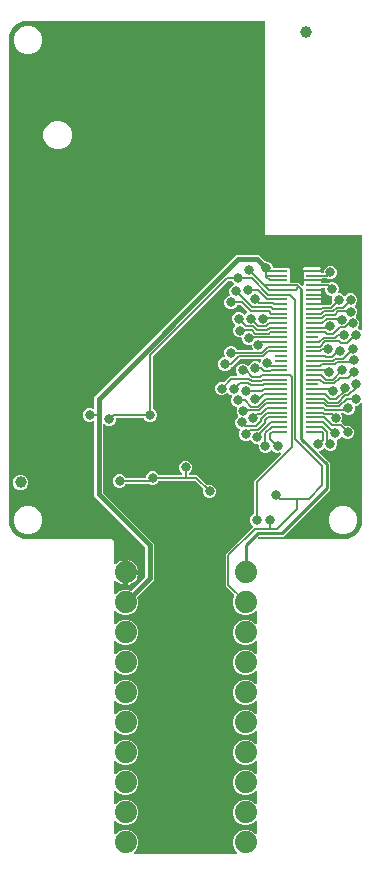
<source format=gbr>
G04 EAGLE Gerber RS-274X export*
G75*
%MOMM*%
%FSLAX34Y34*%
%LPD*%
%INBottom Copper*%
%IPPOS*%
%AMOC8*
5,1,8,0,0,1.08239X$1,22.5*%
G01*
%ADD10R,1.140000X0.200000*%
%ADD11C,1.000000*%
%ADD12C,1.879600*%
%ADD13C,0.838200*%
%ADD14C,0.152400*%
%ADD15C,0.406400*%
%ADD16C,0.203200*%
%ADD17C,0.177800*%
%ADD18C,0.254000*%

G36*
X92705Y-43985D02*
X92705Y-43985D01*
X92787Y-43978D01*
X92835Y-43959D01*
X92885Y-43949D01*
X92929Y-43921D01*
X93034Y-43879D01*
X93173Y-43766D01*
X93211Y-43742D01*
X95413Y-41540D01*
X99427Y-39877D01*
X103773Y-39877D01*
X105855Y-40740D01*
X105915Y-40755D01*
X105972Y-40779D01*
X106043Y-40786D01*
X106113Y-40804D01*
X106175Y-40800D01*
X106236Y-40806D01*
X106307Y-40792D01*
X106378Y-40788D01*
X106436Y-40766D01*
X106497Y-40754D01*
X106538Y-40728D01*
X106627Y-40695D01*
X106797Y-40564D01*
X106823Y-40547D01*
X118103Y-29267D01*
X118116Y-29250D01*
X118132Y-29237D01*
X118194Y-29143D01*
X118261Y-29053D01*
X118268Y-29033D01*
X118279Y-29016D01*
X118289Y-28971D01*
X118348Y-28802D01*
X118352Y-28689D01*
X118363Y-28639D01*
X118363Y-4381D01*
X118360Y-4360D01*
X118362Y-4340D01*
X118340Y-4229D01*
X118323Y-4118D01*
X118314Y-4100D01*
X118310Y-4079D01*
X118286Y-4040D01*
X118208Y-3879D01*
X118131Y-3797D01*
X118103Y-3753D01*
X75183Y39167D01*
X75183Y102117D01*
X75182Y102127D01*
X75183Y102138D01*
X75162Y102258D01*
X75143Y102380D01*
X75139Y102389D01*
X75137Y102400D01*
X75081Y102509D01*
X75028Y102619D01*
X75021Y102627D01*
X75016Y102636D01*
X74930Y102724D01*
X74846Y102813D01*
X74837Y102819D01*
X74830Y102826D01*
X74722Y102885D01*
X74616Y102945D01*
X74605Y102948D01*
X74596Y102953D01*
X74476Y102977D01*
X74356Y103003D01*
X74346Y103002D01*
X74335Y103004D01*
X74305Y102999D01*
X74091Y102982D01*
X74003Y102946D01*
X73955Y102938D01*
X72257Y102234D01*
X69983Y102234D01*
X67882Y103104D01*
X66274Y104712D01*
X65404Y106813D01*
X65404Y109087D01*
X66274Y111188D01*
X67882Y112796D01*
X69983Y113666D01*
X72257Y113666D01*
X73955Y112962D01*
X73965Y112960D01*
X73974Y112955D01*
X74094Y112928D01*
X74213Y112898D01*
X74224Y112899D01*
X74234Y112897D01*
X74356Y112907D01*
X74479Y112914D01*
X74488Y112918D01*
X74499Y112918D01*
X74613Y112964D01*
X74727Y113007D01*
X74736Y113013D01*
X74746Y113017D01*
X74841Y113095D01*
X74938Y113170D01*
X74944Y113178D01*
X74952Y113185D01*
X75020Y113287D01*
X75090Y113387D01*
X75094Y113397D01*
X75099Y113406D01*
X75106Y113437D01*
X75172Y113640D01*
X75173Y113736D01*
X75183Y113783D01*
X75183Y123139D01*
X195631Y243587D01*
X214393Y243587D01*
X219854Y238126D01*
X219871Y238113D01*
X219884Y238097D01*
X219978Y238035D01*
X220068Y237968D01*
X220088Y237961D01*
X220105Y237950D01*
X220150Y237940D01*
X220319Y237881D01*
X220432Y237877D01*
X220482Y237866D01*
X221937Y237866D01*
X224038Y236996D01*
X225646Y235388D01*
X226516Y233287D01*
X226516Y233229D01*
X226531Y233127D01*
X226539Y233025D01*
X226551Y232997D01*
X226556Y232966D01*
X226600Y232874D01*
X226638Y232778D01*
X226658Y232755D01*
X226671Y232727D01*
X226741Y232652D01*
X226806Y232572D01*
X226832Y232555D01*
X226853Y232533D01*
X226942Y232482D01*
X227027Y232425D01*
X227051Y232419D01*
X227083Y232401D01*
X227343Y232343D01*
X227381Y232346D01*
X227404Y232341D01*
X234471Y232341D01*
X234473Y232340D01*
X234586Y232336D01*
X234636Y232325D01*
X239532Y232325D01*
X240425Y231432D01*
X240425Y227800D01*
X240425Y223800D01*
X240425Y220975D01*
X240440Y220873D01*
X240448Y220771D01*
X240460Y220743D01*
X240465Y220712D01*
X240509Y220620D01*
X240547Y220524D01*
X240567Y220501D01*
X240580Y220473D01*
X240650Y220398D01*
X240715Y220318D01*
X240741Y220301D01*
X240762Y220279D01*
X240851Y220228D01*
X240936Y220171D01*
X240960Y220165D01*
X240992Y220147D01*
X241252Y220089D01*
X241290Y220092D01*
X241313Y220087D01*
X247967Y220087D01*
X250369Y217685D01*
X250386Y217672D01*
X250399Y217656D01*
X250493Y217594D01*
X250583Y217527D01*
X250603Y217520D01*
X250620Y217509D01*
X250665Y217499D01*
X250834Y217440D01*
X250947Y217436D01*
X250997Y217425D01*
X251487Y217425D01*
X251589Y217440D01*
X251691Y217448D01*
X251719Y217460D01*
X251750Y217465D01*
X251842Y217509D01*
X251938Y217547D01*
X251961Y217567D01*
X251989Y217580D01*
X252064Y217650D01*
X252144Y217715D01*
X252161Y217741D01*
X252183Y217762D01*
X252234Y217851D01*
X252291Y217936D01*
X252297Y217960D01*
X252315Y217992D01*
X252373Y218252D01*
X252370Y218290D01*
X252375Y218313D01*
X252375Y218502D01*
X252372Y218523D01*
X252374Y218544D01*
X252352Y218655D01*
X252340Y218734D01*
X252340Y220877D01*
X252359Y220932D01*
X252389Y220934D01*
X252419Y220946D01*
X252452Y220951D01*
X252471Y220960D01*
X252492Y220965D01*
X252530Y220989D01*
X252544Y220996D01*
X252636Y221032D01*
X252662Y221053D01*
X252691Y221067D01*
X252765Y221136D01*
X252780Y221148D01*
X252817Y221172D01*
X252818Y221172D01*
X252829Y221187D01*
X252843Y221199D01*
X252862Y221226D01*
X252886Y221248D01*
X252926Y221319D01*
X252975Y221386D01*
X252981Y221404D01*
X252992Y221419D01*
X253002Y221451D01*
X253018Y221479D01*
X253035Y221558D01*
X253063Y221637D01*
X253063Y221656D01*
X253069Y221674D01*
X253068Y221707D01*
X253075Y221739D01*
X253076Y221739D01*
X253069Y221819D01*
X253072Y221903D01*
X253067Y221921D01*
X253067Y221939D01*
X253057Y221972D01*
X253054Y222004D01*
X253024Y222079D01*
X253002Y222159D01*
X252992Y222175D01*
X252986Y222193D01*
X252970Y222213D01*
X252955Y222251D01*
X252903Y222314D01*
X252859Y222383D01*
X252820Y222417D01*
X252787Y222457D01*
X252758Y222476D01*
X252744Y222494D01*
X252698Y222521D01*
X252657Y222555D01*
X252609Y222576D01*
X252566Y222605D01*
X252544Y222609D01*
X252514Y222627D01*
X252461Y222639D01*
X252412Y222660D01*
X252350Y222666D01*
X252340Y222734D01*
X252340Y224877D01*
X252360Y224934D01*
X252364Y225047D01*
X252375Y225098D01*
X252375Y226502D01*
X252372Y226523D01*
X252374Y226544D01*
X252352Y226655D01*
X252340Y226734D01*
X252340Y228877D01*
X252360Y228934D01*
X252364Y229047D01*
X252375Y229098D01*
X252375Y229146D01*
X252394Y229159D01*
X252431Y229207D01*
X252476Y229248D01*
X252512Y229312D01*
X252556Y229369D01*
X252577Y229426D01*
X252607Y229479D01*
X252623Y229550D01*
X252649Y229618D01*
X252652Y229679D01*
X252665Y229739D01*
X252659Y229811D01*
X252663Y229884D01*
X252649Y229943D01*
X252644Y230004D01*
X252617Y230071D01*
X252599Y230142D01*
X252574Y230177D01*
X252545Y230250D01*
X252377Y230457D01*
X252376Y230457D01*
X252278Y230523D01*
X252243Y230546D01*
X252233Y230567D01*
X252233Y231971D01*
X253200Y232938D01*
X265999Y232938D01*
X266966Y231971D01*
X266966Y230560D01*
X266962Y230554D01*
X266918Y230533D01*
X266860Y230479D01*
X266823Y230457D01*
X266822Y230457D01*
X266777Y230401D01*
X266723Y230351D01*
X266693Y230298D01*
X266655Y230251D01*
X266628Y230183D01*
X266591Y230120D01*
X266578Y230061D01*
X266555Y230004D01*
X266550Y229932D01*
X266534Y229861D01*
X266539Y229800D01*
X266534Y229739D01*
X266549Y229668D01*
X266555Y229596D01*
X266578Y229539D01*
X266591Y229480D01*
X266627Y229417D01*
X266654Y229349D01*
X266693Y229302D01*
X266723Y229249D01*
X266776Y229199D01*
X266822Y229143D01*
X266825Y229141D01*
X266825Y229098D01*
X266828Y229077D01*
X266826Y229055D01*
X266848Y228946D01*
X266864Y228835D01*
X266874Y228816D01*
X266878Y228795D01*
X266882Y228788D01*
X266883Y228771D01*
X266895Y228743D01*
X266900Y228712D01*
X266944Y228620D01*
X266982Y228524D01*
X267002Y228501D01*
X267015Y228473D01*
X267085Y228398D01*
X267150Y228318D01*
X267176Y228301D01*
X267197Y228279D01*
X267286Y228228D01*
X267371Y228171D01*
X267395Y228165D01*
X267427Y228147D01*
X267687Y228089D01*
X267725Y228092D01*
X267748Y228087D01*
X268486Y228087D01*
X268588Y228102D01*
X268690Y228110D01*
X268718Y228122D01*
X268749Y228127D01*
X268841Y228171D01*
X268937Y228209D01*
X268960Y228229D01*
X268988Y228242D01*
X269063Y228312D01*
X269143Y228377D01*
X269160Y228403D01*
X269182Y228424D01*
X269233Y228513D01*
X269290Y228598D01*
X269296Y228622D01*
X269314Y228654D01*
X269372Y228914D01*
X269369Y228952D01*
X269374Y228975D01*
X269374Y229737D01*
X270244Y231838D01*
X271852Y233446D01*
X273953Y234316D01*
X276227Y234316D01*
X278328Y233446D01*
X279936Y231838D01*
X280806Y229737D01*
X280806Y227463D01*
X279936Y225362D01*
X278328Y223754D01*
X276227Y222884D01*
X273953Y222884D01*
X272598Y223446D01*
X272340Y223509D01*
X272288Y223507D01*
X272258Y223513D01*
X267748Y223513D01*
X267646Y223498D01*
X267544Y223490D01*
X267516Y223478D01*
X267485Y223473D01*
X267393Y223429D01*
X267297Y223391D01*
X267274Y223371D01*
X267246Y223358D01*
X267171Y223288D01*
X267091Y223223D01*
X267074Y223197D01*
X267052Y223176D01*
X267001Y223087D01*
X266944Y223002D01*
X266938Y222978D01*
X266920Y222946D01*
X266888Y222805D01*
X266840Y222667D01*
X266802Y222664D01*
X266782Y222654D01*
X266748Y222649D01*
X266701Y222626D01*
X266651Y222612D01*
X266583Y222569D01*
X266509Y222533D01*
X266479Y222505D01*
X266456Y222494D01*
X266443Y222480D01*
X266427Y222470D01*
X266374Y222407D01*
X266314Y222351D01*
X266298Y222323D01*
X266275Y222298D01*
X266267Y222281D01*
X266255Y222267D01*
X266223Y222191D01*
X266182Y222121D01*
X266175Y222089D01*
X266161Y222058D01*
X266158Y222040D01*
X266151Y222023D01*
X266142Y221940D01*
X266124Y221861D01*
X266127Y221829D01*
X266122Y221795D01*
X266125Y221777D01*
X266123Y221758D01*
X266140Y221676D01*
X266146Y221596D01*
X266158Y221566D01*
X266163Y221533D01*
X266172Y221516D01*
X266175Y221498D01*
X266199Y221461D01*
X266208Y221442D01*
X266245Y221349D01*
X266266Y221324D01*
X266280Y221294D01*
X266349Y221221D01*
X266358Y221211D01*
X266382Y221172D01*
X266383Y221172D01*
X266399Y221159D01*
X266413Y221143D01*
X266440Y221125D01*
X266463Y221101D01*
X266532Y221062D01*
X266597Y221014D01*
X266616Y221007D01*
X266634Y220995D01*
X266659Y220990D01*
X266694Y220970D01*
X266771Y220953D01*
X266848Y220927D01*
X266851Y220927D01*
X266864Y220835D01*
X266874Y220816D01*
X266878Y220795D01*
X266882Y220788D01*
X266883Y220771D01*
X266895Y220743D01*
X266900Y220712D01*
X266944Y220620D01*
X266982Y220524D01*
X267002Y220501D01*
X267015Y220473D01*
X267085Y220398D01*
X267150Y220318D01*
X267176Y220301D01*
X267197Y220279D01*
X267286Y220228D01*
X267371Y220171D01*
X267395Y220165D01*
X267427Y220147D01*
X267687Y220089D01*
X267725Y220092D01*
X267748Y220087D01*
X274421Y220087D01*
X274684Y220127D01*
X274730Y220149D01*
X274761Y220154D01*
X275223Y220346D01*
X277497Y220346D01*
X279598Y219476D01*
X281206Y217868D01*
X282076Y215767D01*
X282076Y213493D01*
X281530Y212176D01*
X281528Y212166D01*
X281522Y212157D01*
X281496Y212037D01*
X281466Y211918D01*
X281467Y211907D01*
X281465Y211897D01*
X281475Y211775D01*
X281482Y211653D01*
X281485Y211643D01*
X281486Y211632D01*
X281532Y211518D01*
X281575Y211404D01*
X281581Y211395D01*
X281585Y211385D01*
X281663Y211290D01*
X281738Y211193D01*
X281746Y211187D01*
X281753Y211179D01*
X281855Y211111D01*
X281955Y211041D01*
X281965Y211037D01*
X281974Y211032D01*
X282004Y211025D01*
X282208Y210959D01*
X282304Y210958D01*
X282351Y210948D01*
X283077Y210948D01*
X285178Y210078D01*
X286392Y208863D01*
X286475Y208802D01*
X286553Y208736D01*
X286581Y208724D01*
X286606Y208706D01*
X286703Y208672D01*
X286797Y208632D01*
X286828Y208628D01*
X286857Y208618D01*
X286959Y208615D01*
X287062Y208604D01*
X287092Y208610D01*
X287123Y208609D01*
X287222Y208636D01*
X287322Y208656D01*
X287342Y208669D01*
X287379Y208679D01*
X287603Y208822D01*
X287628Y208850D01*
X287648Y208863D01*
X288862Y210078D01*
X290963Y210948D01*
X293237Y210948D01*
X295338Y210078D01*
X296946Y208470D01*
X297816Y206369D01*
X297816Y204095D01*
X296946Y201994D01*
X295858Y200907D01*
X295797Y200824D01*
X295731Y200746D01*
X295719Y200718D01*
X295701Y200693D01*
X295667Y200596D01*
X295627Y200502D01*
X295623Y200471D01*
X295613Y200442D01*
X295610Y200339D01*
X295599Y200237D01*
X295605Y200207D01*
X295604Y200176D01*
X295631Y200077D01*
X295651Y199977D01*
X295664Y199956D01*
X295674Y199920D01*
X295817Y199696D01*
X295846Y199671D01*
X295858Y199651D01*
X296946Y198564D01*
X297816Y196463D01*
X297816Y194189D01*
X296946Y192088D01*
X296647Y191789D01*
X296640Y191781D01*
X296632Y191774D01*
X296562Y191674D01*
X296489Y191575D01*
X296485Y191565D01*
X296479Y191557D01*
X296442Y191440D01*
X296401Y191324D01*
X296401Y191314D01*
X296398Y191304D01*
X296396Y191181D01*
X296392Y191059D01*
X296395Y191048D01*
X296395Y191038D01*
X296430Y190920D01*
X296462Y190802D01*
X296468Y190793D01*
X296471Y190783D01*
X296539Y190682D01*
X296605Y190578D01*
X296613Y190571D01*
X296619Y190562D01*
X296644Y190544D01*
X296807Y190406D01*
X296895Y190368D01*
X296935Y190341D01*
X297116Y190266D01*
X298724Y188658D01*
X299594Y186557D01*
X299594Y184283D01*
X298689Y182098D01*
X298670Y182073D01*
X298666Y182062D01*
X298660Y182053D01*
X298623Y181937D01*
X298582Y181822D01*
X298582Y181811D01*
X298579Y181800D01*
X298577Y181678D01*
X298573Y181556D01*
X298576Y181546D01*
X298576Y181535D01*
X298611Y181417D01*
X298643Y181299D01*
X298648Y181290D01*
X298652Y181280D01*
X298720Y181178D01*
X298785Y181075D01*
X298793Y181068D01*
X298799Y181059D01*
X298825Y181041D01*
X298988Y180903D01*
X299076Y180865D01*
X299115Y180837D01*
X299656Y180614D01*
X300489Y179780D01*
X300530Y179750D01*
X300566Y179712D01*
X300637Y179671D01*
X300703Y179623D01*
X300752Y179606D01*
X300796Y179580D01*
X300876Y179562D01*
X300954Y179535D01*
X301006Y179533D01*
X301056Y179522D01*
X301138Y179529D01*
X301220Y179526D01*
X301269Y179540D01*
X301321Y179544D01*
X301397Y179574D01*
X301476Y179596D01*
X301520Y179624D01*
X301568Y179643D01*
X301631Y179695D01*
X301700Y179739D01*
X301734Y179778D01*
X301774Y179810D01*
X301819Y179879D01*
X301872Y179941D01*
X301893Y179989D01*
X301921Y180032D01*
X301933Y180082D01*
X301977Y180186D01*
X301995Y180364D01*
X302005Y180408D01*
X302005Y259207D01*
X301990Y259309D01*
X301982Y259411D01*
X301970Y259439D01*
X301965Y259470D01*
X301921Y259562D01*
X301883Y259658D01*
X301863Y259681D01*
X301850Y259709D01*
X301780Y259784D01*
X301715Y259864D01*
X301689Y259881D01*
X301668Y259903D01*
X301579Y259954D01*
X301494Y260011D01*
X301470Y260017D01*
X301438Y260035D01*
X301178Y260093D01*
X301140Y260090D01*
X301117Y260095D01*
X220348Y260095D01*
X219455Y260988D01*
X219455Y440817D01*
X219440Y440919D01*
X219432Y441021D01*
X219420Y441049D01*
X219415Y441080D01*
X219371Y441172D01*
X219333Y441268D01*
X219313Y441291D01*
X219300Y441319D01*
X219230Y441394D01*
X219165Y441474D01*
X219139Y441491D01*
X219118Y441513D01*
X219029Y441564D01*
X218944Y441621D01*
X218920Y441627D01*
X218888Y441645D01*
X218628Y441703D01*
X218590Y441700D01*
X218567Y441705D01*
X17780Y441705D01*
X17726Y441697D01*
X17693Y441701D01*
X14943Y441430D01*
X14700Y441369D01*
X14690Y441367D01*
X9608Y439262D01*
X9381Y439125D01*
X9346Y439086D01*
X9320Y439069D01*
X5431Y435180D01*
X5273Y434966D01*
X5256Y434917D01*
X5238Y434892D01*
X3133Y429810D01*
X3073Y429567D01*
X3070Y429557D01*
X2799Y426807D01*
X2802Y426752D01*
X2795Y426720D01*
X2795Y17780D01*
X2803Y17726D01*
X2799Y17693D01*
X3070Y14943D01*
X3097Y14838D01*
X3100Y14801D01*
X3116Y14759D01*
X3131Y14700D01*
X3133Y14690D01*
X5238Y9608D01*
X5375Y9381D01*
X5414Y9346D01*
X5431Y9320D01*
X9320Y5431D01*
X9534Y5273D01*
X9583Y5256D01*
X9608Y5238D01*
X14690Y3133D01*
X14933Y3073D01*
X14943Y3070D01*
X17693Y2799D01*
X17748Y2802D01*
X17780Y2795D01*
X90058Y2795D01*
X91695Y1158D01*
X91695Y-17717D01*
X91713Y-17837D01*
X91728Y-17958D01*
X91733Y-17968D01*
X91735Y-17980D01*
X91788Y-18089D01*
X91838Y-18200D01*
X91845Y-18209D01*
X91850Y-18219D01*
X91934Y-18308D01*
X92014Y-18399D01*
X92024Y-18405D01*
X92032Y-18413D01*
X92137Y-18474D01*
X92241Y-18537D01*
X92253Y-18540D01*
X92262Y-18545D01*
X92381Y-18572D01*
X92499Y-18601D01*
X92511Y-18601D01*
X92522Y-18603D01*
X92643Y-18593D01*
X92765Y-18586D01*
X92775Y-18582D01*
X92787Y-18581D01*
X92882Y-18543D01*
X92893Y-18541D01*
X92903Y-18535D01*
X93014Y-18494D01*
X93021Y-18488D01*
X93034Y-18482D01*
X93207Y-18342D01*
X93219Y-18334D01*
X93231Y-18322D01*
X93240Y-18315D01*
X93243Y-18310D01*
X94484Y-17069D01*
X95875Y-16058D01*
X97407Y-15278D01*
X99042Y-14746D01*
X99823Y-14623D01*
X99823Y-24511D01*
X99838Y-24612D01*
X99846Y-24715D01*
X99858Y-24743D01*
X99863Y-24774D01*
X99907Y-24866D01*
X99945Y-24961D01*
X99965Y-24985D01*
X99978Y-25013D01*
X100048Y-25088D01*
X100113Y-25168D01*
X100139Y-25185D01*
X100160Y-25207D01*
X100249Y-25258D01*
X100334Y-25315D01*
X100358Y-25320D01*
X100390Y-25339D01*
X100650Y-25397D01*
X100688Y-25394D01*
X100711Y-25399D01*
X101601Y-25399D01*
X101601Y-25401D01*
X100711Y-25401D01*
X100609Y-25416D01*
X100507Y-25425D01*
X100479Y-25436D01*
X100448Y-25441D01*
X100356Y-25485D01*
X100260Y-25524D01*
X100237Y-25543D01*
X100209Y-25556D01*
X100134Y-25626D01*
X100054Y-25691D01*
X100037Y-25717D01*
X100015Y-25738D01*
X99964Y-25827D01*
X99907Y-25912D01*
X99901Y-25936D01*
X99883Y-25969D01*
X99825Y-26228D01*
X99828Y-26266D01*
X99823Y-26289D01*
X99823Y-36177D01*
X99042Y-36054D01*
X97407Y-35522D01*
X95875Y-34742D01*
X94484Y-33731D01*
X93219Y-32466D01*
X93185Y-32441D01*
X93134Y-32387D01*
X93124Y-32381D01*
X93116Y-32373D01*
X93028Y-32325D01*
X93005Y-32309D01*
X92986Y-32302D01*
X92904Y-32255D01*
X92892Y-32252D01*
X92882Y-32247D01*
X92763Y-32224D01*
X92757Y-32222D01*
X92754Y-32221D01*
X92752Y-32221D01*
X92644Y-32197D01*
X92633Y-32198D01*
X92621Y-32196D01*
X92501Y-32209D01*
X92379Y-32219D01*
X92369Y-32223D01*
X92357Y-32224D01*
X92245Y-32272D01*
X92132Y-32318D01*
X92124Y-32325D01*
X92113Y-32329D01*
X92021Y-32408D01*
X91926Y-32485D01*
X91920Y-32495D01*
X91911Y-32502D01*
X91846Y-32605D01*
X91779Y-32706D01*
X91777Y-32715D01*
X91769Y-32727D01*
X91700Y-32984D01*
X91703Y-33047D01*
X91695Y-33083D01*
X91695Y-43114D01*
X91702Y-43165D01*
X91701Y-43216D01*
X91722Y-43296D01*
X91735Y-43377D01*
X91757Y-43423D01*
X91771Y-43473D01*
X91815Y-43542D01*
X91850Y-43616D01*
X91885Y-43654D01*
X91913Y-43697D01*
X91976Y-43750D01*
X92032Y-43810D01*
X92076Y-43836D01*
X92116Y-43869D01*
X92191Y-43902D01*
X92262Y-43942D01*
X92313Y-43953D01*
X92360Y-43974D01*
X92442Y-43982D01*
X92522Y-44000D01*
X92573Y-43996D01*
X92625Y-44001D01*
X92705Y-43985D01*
G37*
G36*
X195565Y-263898D02*
X195565Y-263898D01*
X195616Y-263899D01*
X195696Y-263878D01*
X195777Y-263865D01*
X195823Y-263843D01*
X195873Y-263829D01*
X195942Y-263785D01*
X196016Y-263750D01*
X196054Y-263715D01*
X196097Y-263687D01*
X196150Y-263624D01*
X196210Y-263568D01*
X196236Y-263524D01*
X196269Y-263484D01*
X196302Y-263409D01*
X196342Y-263338D01*
X196353Y-263287D01*
X196374Y-263240D01*
X196382Y-263158D01*
X196400Y-263078D01*
X196396Y-263027D01*
X196401Y-262975D01*
X196385Y-262895D01*
X196378Y-262813D01*
X196359Y-262765D01*
X196349Y-262715D01*
X196321Y-262671D01*
X196279Y-262566D01*
X196166Y-262427D01*
X196142Y-262389D01*
X193940Y-260187D01*
X192277Y-256173D01*
X192277Y-251827D01*
X193940Y-247813D01*
X197013Y-244740D01*
X201027Y-243077D01*
X205373Y-243077D01*
X209387Y-244740D01*
X211589Y-246942D01*
X211630Y-246973D01*
X211666Y-247010D01*
X211737Y-247051D01*
X211803Y-247100D01*
X211852Y-247117D01*
X211896Y-247142D01*
X211976Y-247160D01*
X212054Y-247187D01*
X212106Y-247189D01*
X212156Y-247200D01*
X212238Y-247193D01*
X212320Y-247196D01*
X212369Y-247183D01*
X212421Y-247178D01*
X212497Y-247148D01*
X212576Y-247126D01*
X212620Y-247099D01*
X212668Y-247079D01*
X212731Y-247028D01*
X212800Y-246984D01*
X212834Y-246944D01*
X212874Y-246912D01*
X212919Y-246843D01*
X212972Y-246781D01*
X212993Y-246734D01*
X213021Y-246691D01*
X213033Y-246640D01*
X213077Y-246537D01*
X213095Y-246358D01*
X213105Y-246314D01*
X213105Y-236286D01*
X213098Y-236235D01*
X213099Y-236184D01*
X213078Y-236104D01*
X213065Y-236023D01*
X213043Y-235977D01*
X213029Y-235927D01*
X212985Y-235858D01*
X212950Y-235784D01*
X212915Y-235746D01*
X212887Y-235703D01*
X212824Y-235650D01*
X212768Y-235590D01*
X212724Y-235564D01*
X212684Y-235531D01*
X212609Y-235498D01*
X212538Y-235458D01*
X212487Y-235447D01*
X212440Y-235426D01*
X212358Y-235418D01*
X212278Y-235400D01*
X212227Y-235404D01*
X212175Y-235399D01*
X212095Y-235415D01*
X212013Y-235422D01*
X211965Y-235441D01*
X211915Y-235451D01*
X211871Y-235479D01*
X211766Y-235521D01*
X211627Y-235634D01*
X211589Y-235658D01*
X209387Y-237860D01*
X205373Y-239523D01*
X201027Y-239523D01*
X197013Y-237860D01*
X193940Y-234787D01*
X192277Y-230773D01*
X192277Y-226427D01*
X193940Y-222413D01*
X197013Y-219340D01*
X201027Y-217677D01*
X205373Y-217677D01*
X209387Y-219340D01*
X211589Y-221542D01*
X211630Y-221573D01*
X211666Y-221610D01*
X211737Y-221651D01*
X211803Y-221700D01*
X211852Y-221717D01*
X211896Y-221742D01*
X211976Y-221760D01*
X212054Y-221787D01*
X212106Y-221789D01*
X212156Y-221800D01*
X212238Y-221793D01*
X212320Y-221796D01*
X212369Y-221783D01*
X212421Y-221778D01*
X212497Y-221748D01*
X212576Y-221726D01*
X212620Y-221699D01*
X212668Y-221679D01*
X212731Y-221628D01*
X212800Y-221584D01*
X212834Y-221544D01*
X212874Y-221512D01*
X212919Y-221443D01*
X212972Y-221381D01*
X212993Y-221334D01*
X213021Y-221291D01*
X213033Y-221240D01*
X213077Y-221137D01*
X213095Y-220958D01*
X213105Y-220914D01*
X213105Y-210886D01*
X213098Y-210835D01*
X213099Y-210784D01*
X213078Y-210704D01*
X213065Y-210623D01*
X213043Y-210577D01*
X213029Y-210527D01*
X212985Y-210458D01*
X212950Y-210384D01*
X212915Y-210346D01*
X212887Y-210303D01*
X212824Y-210250D01*
X212768Y-210190D01*
X212724Y-210164D01*
X212684Y-210131D01*
X212609Y-210098D01*
X212538Y-210058D01*
X212487Y-210047D01*
X212440Y-210026D01*
X212358Y-210018D01*
X212278Y-210000D01*
X212227Y-210004D01*
X212175Y-209999D01*
X212095Y-210015D01*
X212013Y-210022D01*
X211965Y-210041D01*
X211915Y-210051D01*
X211871Y-210079D01*
X211766Y-210121D01*
X211627Y-210234D01*
X211589Y-210258D01*
X209387Y-212460D01*
X205373Y-214123D01*
X201027Y-214123D01*
X197013Y-212460D01*
X193940Y-209387D01*
X192277Y-205373D01*
X192277Y-201027D01*
X193940Y-197013D01*
X197013Y-193940D01*
X201027Y-192277D01*
X205373Y-192277D01*
X209387Y-193940D01*
X211589Y-196142D01*
X211604Y-196153D01*
X211615Y-196167D01*
X211642Y-196184D01*
X211666Y-196210D01*
X211737Y-196251D01*
X211803Y-196300D01*
X211827Y-196308D01*
X211836Y-196314D01*
X211855Y-196319D01*
X211896Y-196342D01*
X211976Y-196360D01*
X212054Y-196387D01*
X212106Y-196389D01*
X212156Y-196400D01*
X212203Y-196396D01*
X212213Y-196398D01*
X212217Y-196398D01*
X212248Y-196394D01*
X212320Y-196396D01*
X212369Y-196383D01*
X212421Y-196378D01*
X212465Y-196361D01*
X212480Y-196358D01*
X212508Y-196345D01*
X212576Y-196326D01*
X212620Y-196299D01*
X212668Y-196279D01*
X212703Y-196251D01*
X212719Y-196243D01*
X212744Y-196219D01*
X212800Y-196184D01*
X212834Y-196144D01*
X212874Y-196112D01*
X212898Y-196076D01*
X212913Y-196061D01*
X212932Y-196028D01*
X212972Y-195981D01*
X212993Y-195934D01*
X213021Y-195891D01*
X213028Y-195861D01*
X213045Y-195831D01*
X213055Y-195788D01*
X213077Y-195737D01*
X213086Y-195648D01*
X213103Y-195571D01*
X213100Y-195536D01*
X213105Y-195514D01*
X213105Y-185486D01*
X213098Y-185435D01*
X213099Y-185384D01*
X213078Y-185304D01*
X213065Y-185223D01*
X213043Y-185177D01*
X213029Y-185127D01*
X212985Y-185058D01*
X212950Y-184984D01*
X212915Y-184946D01*
X212887Y-184903D01*
X212824Y-184850D01*
X212768Y-184790D01*
X212724Y-184764D01*
X212684Y-184731D01*
X212609Y-184698D01*
X212538Y-184658D01*
X212487Y-184647D01*
X212440Y-184626D01*
X212358Y-184618D01*
X212278Y-184600D01*
X212227Y-184604D01*
X212175Y-184599D01*
X212095Y-184615D01*
X212013Y-184622D01*
X211965Y-184641D01*
X211915Y-184651D01*
X211871Y-184679D01*
X211766Y-184721D01*
X211627Y-184834D01*
X211589Y-184858D01*
X209387Y-187060D01*
X205373Y-188723D01*
X201027Y-188723D01*
X197013Y-187060D01*
X193940Y-183987D01*
X192277Y-179973D01*
X192277Y-175627D01*
X193940Y-171613D01*
X197013Y-168540D01*
X201027Y-166877D01*
X205373Y-166877D01*
X209387Y-168540D01*
X211589Y-170742D01*
X211630Y-170773D01*
X211666Y-170810D01*
X211737Y-170851D01*
X211803Y-170900D01*
X211852Y-170917D01*
X211896Y-170942D01*
X211976Y-170960D01*
X212054Y-170987D01*
X212106Y-170989D01*
X212156Y-171000D01*
X212238Y-170993D01*
X212320Y-170996D01*
X212369Y-170983D01*
X212421Y-170978D01*
X212497Y-170948D01*
X212576Y-170926D01*
X212620Y-170899D01*
X212668Y-170879D01*
X212731Y-170828D01*
X212800Y-170784D01*
X212834Y-170744D01*
X212874Y-170712D01*
X212919Y-170643D01*
X212972Y-170581D01*
X212993Y-170534D01*
X213021Y-170491D01*
X213033Y-170440D01*
X213077Y-170337D01*
X213095Y-170158D01*
X213105Y-170114D01*
X213105Y-160086D01*
X213098Y-160035D01*
X213099Y-159984D01*
X213078Y-159904D01*
X213065Y-159823D01*
X213043Y-159777D01*
X213029Y-159727D01*
X212985Y-159658D01*
X212950Y-159584D01*
X212915Y-159546D01*
X212887Y-159503D01*
X212824Y-159450D01*
X212768Y-159390D01*
X212724Y-159364D01*
X212684Y-159331D01*
X212609Y-159298D01*
X212538Y-159258D01*
X212487Y-159247D01*
X212440Y-159226D01*
X212358Y-159218D01*
X212278Y-159200D01*
X212227Y-159204D01*
X212175Y-159199D01*
X212095Y-159215D01*
X212013Y-159222D01*
X211965Y-159241D01*
X211915Y-159251D01*
X211871Y-159279D01*
X211766Y-159321D01*
X211627Y-159434D01*
X211589Y-159458D01*
X209387Y-161660D01*
X205373Y-163323D01*
X201027Y-163323D01*
X197013Y-161660D01*
X193940Y-158587D01*
X192277Y-154573D01*
X192277Y-150227D01*
X193940Y-146213D01*
X197013Y-143140D01*
X201027Y-141477D01*
X205373Y-141477D01*
X209387Y-143140D01*
X211589Y-145342D01*
X211630Y-145373D01*
X211666Y-145410D01*
X211737Y-145451D01*
X211803Y-145500D01*
X211852Y-145517D01*
X211896Y-145542D01*
X211976Y-145560D01*
X212054Y-145587D01*
X212106Y-145589D01*
X212156Y-145600D01*
X212238Y-145593D01*
X212320Y-145596D01*
X212369Y-145583D01*
X212421Y-145578D01*
X212497Y-145548D01*
X212576Y-145526D01*
X212620Y-145499D01*
X212668Y-145479D01*
X212731Y-145428D01*
X212800Y-145384D01*
X212834Y-145344D01*
X212874Y-145312D01*
X212919Y-145243D01*
X212972Y-145181D01*
X212993Y-145134D01*
X213021Y-145091D01*
X213033Y-145040D01*
X213077Y-144937D01*
X213095Y-144758D01*
X213105Y-144714D01*
X213105Y-134686D01*
X213098Y-134635D01*
X213099Y-134584D01*
X213078Y-134504D01*
X213065Y-134423D01*
X213043Y-134377D01*
X213029Y-134327D01*
X212985Y-134258D01*
X212950Y-134184D01*
X212915Y-134146D01*
X212887Y-134103D01*
X212824Y-134050D01*
X212768Y-133990D01*
X212724Y-133964D01*
X212684Y-133931D01*
X212609Y-133898D01*
X212538Y-133858D01*
X212487Y-133847D01*
X212440Y-133826D01*
X212358Y-133818D01*
X212278Y-133800D01*
X212227Y-133804D01*
X212175Y-133799D01*
X212095Y-133815D01*
X212013Y-133822D01*
X211965Y-133841D01*
X211915Y-133851D01*
X211871Y-133879D01*
X211766Y-133921D01*
X211627Y-134034D01*
X211589Y-134058D01*
X209387Y-136260D01*
X205373Y-137923D01*
X201027Y-137923D01*
X197013Y-136260D01*
X193940Y-133187D01*
X192277Y-129173D01*
X192277Y-124827D01*
X193940Y-120813D01*
X197013Y-117740D01*
X201027Y-116077D01*
X205373Y-116077D01*
X209387Y-117740D01*
X211589Y-119942D01*
X211630Y-119973D01*
X211666Y-120010D01*
X211737Y-120051D01*
X211803Y-120100D01*
X211852Y-120117D01*
X211896Y-120142D01*
X211976Y-120160D01*
X212054Y-120187D01*
X212106Y-120189D01*
X212156Y-120200D01*
X212238Y-120193D01*
X212320Y-120196D01*
X212369Y-120183D01*
X212421Y-120178D01*
X212497Y-120148D01*
X212576Y-120126D01*
X212620Y-120099D01*
X212668Y-120079D01*
X212731Y-120028D01*
X212800Y-119984D01*
X212834Y-119944D01*
X212874Y-119912D01*
X212919Y-119843D01*
X212972Y-119781D01*
X212993Y-119734D01*
X213021Y-119691D01*
X213033Y-119640D01*
X213077Y-119537D01*
X213095Y-119358D01*
X213105Y-119314D01*
X213105Y-109286D01*
X213098Y-109235D01*
X213099Y-109184D01*
X213078Y-109104D01*
X213065Y-109023D01*
X213043Y-108977D01*
X213029Y-108927D01*
X212985Y-108858D01*
X212950Y-108784D01*
X212915Y-108746D01*
X212887Y-108703D01*
X212824Y-108650D01*
X212768Y-108590D01*
X212724Y-108564D01*
X212684Y-108531D01*
X212609Y-108498D01*
X212538Y-108458D01*
X212487Y-108447D01*
X212440Y-108426D01*
X212358Y-108418D01*
X212278Y-108400D01*
X212227Y-108404D01*
X212175Y-108399D01*
X212095Y-108415D01*
X212013Y-108422D01*
X211965Y-108441D01*
X211915Y-108451D01*
X211871Y-108479D01*
X211766Y-108521D01*
X211627Y-108634D01*
X211589Y-108658D01*
X209387Y-110860D01*
X205373Y-112523D01*
X201027Y-112523D01*
X197013Y-110860D01*
X193940Y-107787D01*
X192277Y-103773D01*
X192277Y-99427D01*
X193940Y-95413D01*
X197013Y-92340D01*
X201027Y-90677D01*
X205373Y-90677D01*
X209387Y-92340D01*
X211589Y-94542D01*
X211630Y-94573D01*
X211666Y-94610D01*
X211737Y-94651D01*
X211803Y-94700D01*
X211852Y-94717D01*
X211896Y-94742D01*
X211976Y-94760D01*
X212054Y-94787D01*
X212106Y-94789D01*
X212156Y-94800D01*
X212238Y-94793D01*
X212320Y-94796D01*
X212369Y-94783D01*
X212421Y-94778D01*
X212497Y-94748D01*
X212576Y-94726D01*
X212620Y-94699D01*
X212668Y-94679D01*
X212731Y-94628D01*
X212800Y-94584D01*
X212834Y-94544D01*
X212874Y-94512D01*
X212919Y-94443D01*
X212972Y-94381D01*
X212993Y-94334D01*
X213021Y-94291D01*
X213033Y-94240D01*
X213077Y-94137D01*
X213095Y-93958D01*
X213105Y-93914D01*
X213105Y-83886D01*
X213098Y-83835D01*
X213099Y-83784D01*
X213078Y-83704D01*
X213065Y-83623D01*
X213043Y-83577D01*
X213029Y-83527D01*
X212985Y-83458D01*
X212950Y-83384D01*
X212915Y-83346D01*
X212887Y-83303D01*
X212824Y-83250D01*
X212768Y-83190D01*
X212724Y-83164D01*
X212684Y-83131D01*
X212609Y-83098D01*
X212538Y-83058D01*
X212487Y-83047D01*
X212440Y-83026D01*
X212358Y-83018D01*
X212278Y-83000D01*
X212227Y-83004D01*
X212175Y-82999D01*
X212095Y-83015D01*
X212013Y-83022D01*
X211965Y-83041D01*
X211915Y-83051D01*
X211871Y-83079D01*
X211766Y-83121D01*
X211627Y-83234D01*
X211589Y-83258D01*
X209387Y-85460D01*
X205373Y-87123D01*
X201027Y-87123D01*
X197013Y-85460D01*
X193940Y-82387D01*
X192277Y-78373D01*
X192277Y-74027D01*
X193940Y-70013D01*
X197013Y-66940D01*
X201027Y-65277D01*
X205373Y-65277D01*
X209387Y-66940D01*
X211589Y-69142D01*
X211595Y-69146D01*
X211596Y-69147D01*
X211600Y-69150D01*
X211630Y-69173D01*
X211666Y-69210D01*
X211737Y-69251D01*
X211803Y-69300D01*
X211852Y-69317D01*
X211896Y-69342D01*
X211976Y-69360D01*
X212054Y-69387D01*
X212106Y-69389D01*
X212156Y-69400D01*
X212238Y-69393D01*
X212320Y-69396D01*
X212369Y-69383D01*
X212421Y-69378D01*
X212497Y-69348D01*
X212576Y-69326D01*
X212620Y-69299D01*
X212668Y-69279D01*
X212731Y-69228D01*
X212800Y-69184D01*
X212834Y-69144D01*
X212874Y-69112D01*
X212919Y-69043D01*
X212972Y-68981D01*
X212993Y-68934D01*
X213021Y-68891D01*
X213033Y-68840D01*
X213044Y-68812D01*
X213045Y-68811D01*
X213046Y-68810D01*
X213077Y-68737D01*
X213090Y-68611D01*
X213103Y-68551D01*
X213101Y-68531D01*
X213105Y-68514D01*
X213105Y-58486D01*
X213098Y-58435D01*
X213099Y-58384D01*
X213078Y-58304D01*
X213065Y-58223D01*
X213043Y-58177D01*
X213029Y-58127D01*
X212985Y-58058D01*
X212950Y-57984D01*
X212915Y-57946D01*
X212887Y-57903D01*
X212824Y-57850D01*
X212768Y-57790D01*
X212724Y-57764D01*
X212684Y-57731D01*
X212609Y-57698D01*
X212538Y-57658D01*
X212487Y-57647D01*
X212440Y-57626D01*
X212358Y-57618D01*
X212278Y-57600D01*
X212227Y-57604D01*
X212175Y-57599D01*
X212095Y-57615D01*
X212013Y-57622D01*
X211965Y-57641D01*
X211915Y-57651D01*
X211871Y-57679D01*
X211766Y-57721D01*
X211627Y-57834D01*
X211589Y-57858D01*
X209387Y-60060D01*
X205373Y-61723D01*
X201027Y-61723D01*
X197013Y-60060D01*
X193940Y-56987D01*
X192277Y-52973D01*
X192277Y-48627D01*
X193666Y-45275D01*
X193681Y-45215D01*
X193705Y-45158D01*
X193712Y-45087D01*
X193730Y-45017D01*
X193726Y-44955D01*
X193732Y-44894D01*
X193718Y-44823D01*
X193714Y-44752D01*
X193693Y-44694D01*
X193680Y-44633D01*
X193655Y-44592D01*
X193621Y-44503D01*
X193490Y-44334D01*
X193473Y-44307D01*
X186435Y-37269D01*
X186435Y-9721D01*
X208273Y12117D01*
X209232Y13076D01*
X209293Y13159D01*
X209360Y13237D01*
X209372Y13265D01*
X209390Y13290D01*
X209424Y13387D01*
X209464Y13482D01*
X209467Y13512D01*
X209477Y13541D01*
X209481Y13644D01*
X209492Y13746D01*
X209485Y13776D01*
X209487Y13807D01*
X209460Y13906D01*
X209439Y14007D01*
X209427Y14027D01*
X209417Y14063D01*
X209274Y14288D01*
X209245Y14312D01*
X209232Y14332D01*
X207752Y15812D01*
X206882Y17913D01*
X206882Y20187D01*
X207752Y22288D01*
X209360Y23896D01*
X209763Y24062D01*
X209816Y24094D01*
X209874Y24117D01*
X209929Y24163D01*
X209991Y24200D01*
X210032Y24246D01*
X210080Y24285D01*
X210120Y24345D01*
X210167Y24398D01*
X210193Y24455D01*
X210227Y24506D01*
X210238Y24553D01*
X210277Y24640D01*
X210304Y24852D01*
X210311Y24883D01*
X210311Y52255D01*
X232819Y74763D01*
X232873Y74837D01*
X232935Y74906D01*
X232952Y74943D01*
X232976Y74977D01*
X233007Y75064D01*
X233045Y75148D01*
X233050Y75189D01*
X233064Y75228D01*
X233067Y75320D01*
X233079Y75412D01*
X233072Y75452D01*
X233073Y75493D01*
X233049Y75583D01*
X233033Y75673D01*
X233014Y75710D01*
X233003Y75750D01*
X232953Y75828D01*
X232911Y75910D01*
X232883Y75939D01*
X232860Y75974D01*
X232790Y76034D01*
X232725Y76100D01*
X232689Y76120D01*
X232658Y76146D01*
X232573Y76182D01*
X232492Y76226D01*
X232451Y76234D01*
X232413Y76251D01*
X232321Y76260D01*
X232231Y76278D01*
X232200Y76273D01*
X232149Y76278D01*
X231888Y76226D01*
X231871Y76215D01*
X231851Y76211D01*
X231515Y76072D01*
X229241Y76072D01*
X227140Y76942D01*
X225926Y78157D01*
X225843Y78218D01*
X225765Y78284D01*
X225737Y78296D01*
X225712Y78314D01*
X225615Y78348D01*
X225521Y78388D01*
X225490Y78392D01*
X225461Y78402D01*
X225359Y78405D01*
X225256Y78416D01*
X225226Y78410D01*
X225195Y78411D01*
X225096Y78384D01*
X224996Y78364D01*
X224976Y78351D01*
X224939Y78341D01*
X224715Y78198D01*
X224690Y78170D01*
X224670Y78157D01*
X223202Y76688D01*
X221101Y75818D01*
X218827Y75818D01*
X216726Y76688D01*
X215118Y78296D01*
X214248Y80397D01*
X214248Y82296D01*
X214233Y82398D01*
X214225Y82500D01*
X214213Y82528D01*
X214208Y82559D01*
X214164Y82651D01*
X214126Y82747D01*
X214106Y82770D01*
X214093Y82798D01*
X214023Y82873D01*
X213958Y82953D01*
X213932Y82970D01*
X213911Y82992D01*
X213822Y83043D01*
X213737Y83100D01*
X213713Y83106D01*
X213681Y83124D01*
X213421Y83182D01*
X213383Y83179D01*
X213360Y83184D01*
X211969Y83184D01*
X209868Y84054D01*
X208260Y85662D01*
X207861Y86626D01*
X207809Y86713D01*
X207762Y86805D01*
X207740Y86827D01*
X207724Y86853D01*
X207648Y86921D01*
X207576Y86995D01*
X207549Y87009D01*
X207526Y87030D01*
X207432Y87072D01*
X207342Y87121D01*
X207312Y87127D01*
X207284Y87140D01*
X207182Y87153D01*
X207081Y87173D01*
X207058Y87169D01*
X207020Y87174D01*
X206758Y87128D01*
X206724Y87110D01*
X206701Y87106D01*
X204591Y86232D01*
X202317Y86232D01*
X200216Y87102D01*
X198608Y88710D01*
X197738Y90811D01*
X197738Y93085D01*
X198538Y95015D01*
X198562Y95115D01*
X198594Y95213D01*
X198594Y95243D01*
X198602Y95273D01*
X198596Y95376D01*
X198597Y95478D01*
X198588Y95508D01*
X198586Y95539D01*
X198550Y95635D01*
X198521Y95733D01*
X198504Y95759D01*
X198493Y95788D01*
X198430Y95869D01*
X198373Y95954D01*
X198354Y95968D01*
X198330Y95998D01*
X198113Y96151D01*
X198077Y96162D01*
X198057Y96176D01*
X196660Y96754D01*
X195052Y98362D01*
X194182Y100463D01*
X194182Y102737D01*
X195052Y104838D01*
X196660Y106446D01*
X196662Y106446D01*
X196671Y106452D01*
X196681Y106454D01*
X196785Y106520D01*
X196889Y106583D01*
X196896Y106591D01*
X196905Y106597D01*
X196985Y106691D01*
X197066Y106782D01*
X197070Y106791D01*
X197077Y106800D01*
X197126Y106913D01*
X197176Y107024D01*
X197177Y107034D01*
X197182Y107044D01*
X197194Y107167D01*
X197210Y107288D01*
X197208Y107298D01*
X197209Y107308D01*
X197185Y107429D01*
X197164Y107549D01*
X197159Y107559D01*
X197157Y107569D01*
X197140Y107596D01*
X197043Y107786D01*
X196976Y107854D01*
X196950Y107895D01*
X196576Y108268D01*
X195706Y110369D01*
X195706Y112643D01*
X196088Y113564D01*
X196112Y113663D01*
X196144Y113761D01*
X196144Y113792D01*
X196151Y113822D01*
X196146Y113924D01*
X196147Y114027D01*
X196138Y114056D01*
X196136Y114087D01*
X196100Y114183D01*
X196071Y114282D01*
X196054Y114307D01*
X196043Y114336D01*
X195980Y114417D01*
X195923Y114503D01*
X195903Y114516D01*
X195880Y114546D01*
X195663Y114699D01*
X195626Y114711D01*
X195607Y114724D01*
X193612Y115550D01*
X192004Y117158D01*
X191134Y119259D01*
X191134Y121533D01*
X191897Y123373D01*
X191921Y123473D01*
X191953Y123571D01*
X191953Y123602D01*
X191961Y123632D01*
X191955Y123734D01*
X191956Y123837D01*
X191947Y123866D01*
X191945Y123897D01*
X191909Y123993D01*
X191880Y124091D01*
X191863Y124117D01*
X191852Y124146D01*
X191789Y124227D01*
X191732Y124312D01*
X191712Y124326D01*
X191689Y124356D01*
X191472Y124509D01*
X191435Y124520D01*
X191416Y124534D01*
X189802Y125202D01*
X188461Y126544D01*
X188378Y126605D01*
X188300Y126671D01*
X188272Y126683D01*
X188247Y126701D01*
X188150Y126735D01*
X188056Y126775D01*
X188025Y126779D01*
X187996Y126789D01*
X187894Y126792D01*
X187791Y126803D01*
X187761Y126797D01*
X187730Y126798D01*
X187631Y126771D01*
X187531Y126751D01*
X187511Y126738D01*
X187474Y126728D01*
X187250Y126585D01*
X187225Y126557D01*
X187205Y126544D01*
X186118Y125456D01*
X184017Y124586D01*
X181743Y124586D01*
X179642Y125456D01*
X178034Y127064D01*
X177164Y129165D01*
X177164Y131439D01*
X178034Y133540D01*
X179642Y135148D01*
X181743Y136018D01*
X184017Y136018D01*
X184420Y135851D01*
X184480Y135836D01*
X184537Y135812D01*
X184608Y135804D01*
X184678Y135787D01*
X184739Y135791D01*
X184801Y135784D01*
X184871Y135798D01*
X184943Y135802D01*
X185001Y135824D01*
X185062Y135836D01*
X185102Y135862D01*
X185192Y135896D01*
X185267Y135954D01*
X185286Y135963D01*
X185319Y135994D01*
X185361Y136027D01*
X185388Y136043D01*
X188715Y139371D01*
X190315Y140971D01*
X195258Y140971D01*
X195309Y140978D01*
X195360Y140977D01*
X195439Y140998D01*
X195520Y141011D01*
X195567Y141033D01*
X195617Y141047D01*
X195686Y141091D01*
X195760Y141126D01*
X195798Y141162D01*
X195841Y141189D01*
X195894Y141252D01*
X195954Y141308D01*
X195980Y141353D01*
X196013Y141392D01*
X196045Y141467D01*
X196086Y141538D01*
X196097Y141589D01*
X196117Y141636D01*
X196126Y141718D01*
X196144Y141798D01*
X196140Y141849D01*
X196145Y141901D01*
X196129Y141981D01*
X196122Y142063D01*
X196103Y142111D01*
X196093Y142161D01*
X196065Y142205D01*
X196023Y142310D01*
X195910Y142449D01*
X195886Y142487D01*
X195814Y142558D01*
X194944Y144659D01*
X194944Y146933D01*
X195814Y149034D01*
X197422Y150642D01*
X199523Y151512D01*
X201797Y151512D01*
X203898Y150642D01*
X204915Y149624D01*
X204924Y149618D01*
X204930Y149610D01*
X205030Y149539D01*
X205129Y149466D01*
X205139Y149463D01*
X205148Y149457D01*
X205264Y149419D01*
X205380Y149379D01*
X205391Y149379D01*
X205401Y149375D01*
X205523Y149374D01*
X205646Y149370D01*
X205656Y149373D01*
X205667Y149373D01*
X205784Y149407D01*
X205902Y149440D01*
X205911Y149445D01*
X205921Y149448D01*
X206023Y149517D01*
X206127Y149582D01*
X206133Y149590D01*
X206142Y149596D01*
X206160Y149622D01*
X206299Y149785D01*
X206336Y149873D01*
X206364Y149912D01*
X206736Y150812D01*
X208344Y152420D01*
X210445Y153290D01*
X212719Y153290D01*
X214903Y152385D01*
X215003Y152360D01*
X215101Y152329D01*
X215131Y152328D01*
X215161Y152321D01*
X215264Y152327D01*
X215366Y152326D01*
X215396Y152335D01*
X215427Y152336D01*
X215523Y152372D01*
X215621Y152402D01*
X215647Y152419D01*
X215676Y152430D01*
X215757Y152493D01*
X215842Y152550D01*
X215856Y152569D01*
X215886Y152592D01*
X216039Y152810D01*
X216050Y152846D01*
X216064Y152866D01*
X216519Y153965D01*
X216522Y153975D01*
X216527Y153984D01*
X216554Y154104D01*
X216583Y154223D01*
X216583Y154234D01*
X216585Y154244D01*
X216575Y154366D01*
X216568Y154488D01*
X216564Y154498D01*
X216563Y154509D01*
X216517Y154623D01*
X216475Y154737D01*
X216468Y154746D01*
X216464Y154756D01*
X216386Y154851D01*
X216312Y154948D01*
X216303Y154954D01*
X216297Y154962D01*
X216194Y155030D01*
X216094Y155100D01*
X216084Y155104D01*
X216075Y155109D01*
X216045Y155116D01*
X215841Y155182D01*
X215746Y155183D01*
X215699Y155193D01*
X198927Y155193D01*
X198906Y155190D01*
X198885Y155192D01*
X198775Y155170D01*
X198664Y155153D01*
X198645Y155144D01*
X198625Y155140D01*
X198586Y155116D01*
X198425Y155038D01*
X198343Y154961D01*
X198299Y154933D01*
X192209Y148843D01*
X191507Y148843D01*
X191446Y148834D01*
X191384Y148835D01*
X191315Y148814D01*
X191244Y148803D01*
X191188Y148777D01*
X191129Y148759D01*
X191069Y148719D01*
X191005Y148688D01*
X190959Y148645D01*
X190908Y148611D01*
X190880Y148572D01*
X190811Y148506D01*
X190704Y148321D01*
X190686Y148295D01*
X190520Y147892D01*
X188912Y146284D01*
X186811Y145414D01*
X184537Y145414D01*
X182436Y146284D01*
X180828Y147892D01*
X179958Y149993D01*
X179958Y152267D01*
X180828Y154368D01*
X182436Y155976D01*
X184537Y156846D01*
X185017Y156846D01*
X185028Y156847D01*
X185038Y156846D01*
X185159Y156867D01*
X185280Y156886D01*
X185290Y156890D01*
X185300Y156892D01*
X185409Y156948D01*
X185519Y157001D01*
X185527Y157008D01*
X185536Y157013D01*
X185624Y157099D01*
X185714Y157183D01*
X185719Y157192D01*
X185726Y157199D01*
X185785Y157307D01*
X185846Y157413D01*
X185848Y157424D01*
X185853Y157433D01*
X185877Y157553D01*
X185903Y157673D01*
X185903Y157683D01*
X185905Y157694D01*
X185899Y157724D01*
X185882Y157938D01*
X185846Y158026D01*
X185838Y158074D01*
X185292Y159391D01*
X185292Y161665D01*
X186162Y163766D01*
X187770Y165374D01*
X189871Y166244D01*
X192145Y166244D01*
X194246Y165374D01*
X195854Y163766D01*
X196020Y163363D01*
X196052Y163310D01*
X196075Y163252D01*
X196121Y163197D01*
X196158Y163135D01*
X196204Y163094D01*
X196243Y163046D01*
X196303Y163006D01*
X196356Y162959D01*
X196413Y162933D01*
X196464Y162899D01*
X196511Y162888D01*
X196598Y162849D01*
X196810Y162822D01*
X196841Y162815D01*
X208394Y162815D01*
X208405Y162816D01*
X208415Y162815D01*
X208536Y162836D01*
X208657Y162855D01*
X208667Y162859D01*
X208677Y162861D01*
X208786Y162917D01*
X208896Y162970D01*
X208904Y162977D01*
X208913Y162982D01*
X209001Y163068D01*
X209091Y163152D01*
X209096Y163161D01*
X209103Y163168D01*
X209162Y163276D01*
X209223Y163382D01*
X209225Y163393D01*
X209230Y163402D01*
X209254Y163522D01*
X209280Y163642D01*
X209280Y163652D01*
X209282Y163663D01*
X209276Y163693D01*
X209259Y163907D01*
X209223Y163995D01*
X209215Y164043D01*
X208406Y165995D01*
X208406Y166457D01*
X208405Y166468D01*
X208406Y166478D01*
X208385Y166599D01*
X208366Y166720D01*
X208362Y166729D01*
X208360Y166740D01*
X208304Y166849D01*
X208251Y166959D01*
X208243Y166967D01*
X208239Y166976D01*
X208153Y167064D01*
X208069Y167154D01*
X208060Y167159D01*
X208053Y167166D01*
X207945Y167225D01*
X207839Y167286D01*
X207828Y167288D01*
X207819Y167293D01*
X207699Y167317D01*
X207579Y167343D01*
X207569Y167342D01*
X207558Y167345D01*
X207527Y167339D01*
X207314Y167322D01*
X207226Y167286D01*
X207178Y167278D01*
X207131Y167258D01*
X204857Y167258D01*
X202756Y168128D01*
X201148Y169736D01*
X200278Y171837D01*
X200278Y172720D01*
X200263Y172822D01*
X200255Y172924D01*
X200243Y172952D01*
X200238Y172983D01*
X200194Y173075D01*
X200156Y173171D01*
X200136Y173194D01*
X200123Y173222D01*
X200053Y173297D01*
X199988Y173377D01*
X199962Y173394D01*
X199941Y173416D01*
X199852Y173467D01*
X199767Y173524D01*
X199743Y173530D01*
X199711Y173548D01*
X199451Y173606D01*
X199413Y173603D01*
X199390Y173608D01*
X196983Y173608D01*
X194882Y174478D01*
X193274Y176086D01*
X192404Y178187D01*
X192404Y180461D01*
X193274Y182562D01*
X194108Y183395D01*
X194168Y183477D01*
X194235Y183556D01*
X194247Y183584D01*
X194265Y183609D01*
X194299Y183706D01*
X194339Y183800D01*
X194343Y183831D01*
X194353Y183860D01*
X194356Y183962D01*
X194367Y184065D01*
X194361Y184095D01*
X194362Y184126D01*
X194335Y184225D01*
X194315Y184325D01*
X194302Y184345D01*
X194292Y184382D01*
X194149Y184606D01*
X194121Y184631D01*
X194108Y184651D01*
X192512Y186246D01*
X191642Y188347D01*
X191642Y190621D01*
X192512Y192722D01*
X194120Y194330D01*
X196221Y195200D01*
X198495Y195200D01*
X200596Y194330D01*
X201810Y193115D01*
X201893Y193054D01*
X201971Y192988D01*
X201999Y192976D01*
X202024Y192958D01*
X202121Y192924D01*
X202215Y192884D01*
X202246Y192880D01*
X202275Y192870D01*
X202377Y192867D01*
X202480Y192856D01*
X202510Y192862D01*
X202541Y192861D01*
X202640Y192888D01*
X202740Y192908D01*
X202760Y192921D01*
X202797Y192931D01*
X203021Y193074D01*
X203046Y193102D01*
X203066Y193115D01*
X204280Y194330D01*
X204298Y194337D01*
X204307Y194342D01*
X204317Y194345D01*
X204421Y194411D01*
X204526Y194474D01*
X204533Y194482D01*
X204542Y194488D01*
X204621Y194582D01*
X204703Y194673D01*
X204707Y194682D01*
X204714Y194690D01*
X204762Y194803D01*
X204813Y194915D01*
X204814Y194925D01*
X204818Y194935D01*
X204831Y195057D01*
X204846Y195178D01*
X204844Y195189D01*
X204846Y195199D01*
X204822Y195320D01*
X204800Y195440D01*
X204796Y195450D01*
X204794Y195460D01*
X204777Y195486D01*
X204679Y195677D01*
X204612Y195745D01*
X204586Y195786D01*
X199465Y200907D01*
X199448Y200920D01*
X199435Y200936D01*
X199341Y200998D01*
X199251Y201065D01*
X199231Y201072D01*
X199214Y201083D01*
X199169Y201093D01*
X199000Y201152D01*
X198887Y201156D01*
X198837Y201167D01*
X196946Y201167D01*
X196885Y201158D01*
X196823Y201159D01*
X196754Y201138D01*
X196683Y201127D01*
X196628Y201101D01*
X196568Y201083D01*
X196509Y201043D01*
X196444Y201012D01*
X196399Y200969D01*
X196347Y200935D01*
X196320Y200896D01*
X196250Y200830D01*
X196143Y200644D01*
X196126Y200619D01*
X195854Y199962D01*
X194246Y198354D01*
X192145Y197484D01*
X189871Y197484D01*
X187770Y198354D01*
X186162Y199962D01*
X185292Y202063D01*
X185292Y204337D01*
X186162Y206438D01*
X187770Y208046D01*
X189294Y208677D01*
X189382Y208730D01*
X189473Y208777D01*
X189495Y208798D01*
X189522Y208814D01*
X189590Y208891D01*
X189663Y208963D01*
X189678Y208990D01*
X189699Y209013D01*
X189741Y209106D01*
X189790Y209196D01*
X189796Y209227D01*
X189809Y209255D01*
X189822Y209356D01*
X189842Y209457D01*
X189837Y209481D01*
X189842Y209518D01*
X189805Y209732D01*
X189804Y209736D01*
X189804Y209738D01*
X189796Y209780D01*
X189779Y209814D01*
X189775Y209837D01*
X189102Y211461D01*
X189102Y213735D01*
X189972Y215836D01*
X191580Y217444D01*
X192839Y217965D01*
X192848Y217970D01*
X192858Y217973D01*
X192962Y218039D01*
X193067Y218102D01*
X193074Y218110D01*
X193082Y218116D01*
X193162Y218210D01*
X193243Y218301D01*
X193248Y218310D01*
X193255Y218318D01*
X193303Y218431D01*
X193353Y218543D01*
X193355Y218553D01*
X193359Y218563D01*
X193372Y218685D01*
X193387Y218806D01*
X193385Y218817D01*
X193386Y218827D01*
X193362Y218948D01*
X193341Y219068D01*
X193336Y219077D01*
X193334Y219088D01*
X193317Y219114D01*
X193220Y219305D01*
X193153Y219373D01*
X193127Y219414D01*
X192258Y220282D01*
X192092Y220685D01*
X192060Y220738D01*
X192037Y220796D01*
X191991Y220851D01*
X191954Y220913D01*
X191908Y220954D01*
X191869Y221002D01*
X191809Y221042D01*
X191756Y221089D01*
X191699Y221115D01*
X191648Y221149D01*
X191601Y221160D01*
X191514Y221199D01*
X191302Y221226D01*
X191271Y221233D01*
X188767Y221233D01*
X188746Y221230D01*
X188725Y221232D01*
X188615Y221210D01*
X188504Y221193D01*
X188485Y221184D01*
X188465Y221180D01*
X188426Y221156D01*
X188265Y221078D01*
X188183Y221001D01*
X188139Y220973D01*
X124975Y157809D01*
X124962Y157792D01*
X124946Y157779D01*
X124884Y157685D01*
X124817Y157595D01*
X124810Y157575D01*
X124799Y157558D01*
X124789Y157513D01*
X124730Y157344D01*
X124726Y157231D01*
X124715Y157181D01*
X124715Y113783D01*
X124724Y113722D01*
X124723Y113660D01*
X124744Y113591D01*
X124755Y113520D01*
X124781Y113464D01*
X124799Y113405D01*
X124839Y113345D01*
X124870Y113281D01*
X124913Y113235D01*
X124947Y113184D01*
X124986Y113156D01*
X125052Y113087D01*
X125237Y112980D01*
X125263Y112962D01*
X125666Y112796D01*
X127274Y111188D01*
X128144Y109087D01*
X128144Y106813D01*
X127274Y104712D01*
X125666Y103104D01*
X123565Y102234D01*
X121291Y102234D01*
X119190Y103104D01*
X117582Y104712D01*
X117416Y105115D01*
X117386Y105165D01*
X117384Y105169D01*
X117383Y105171D01*
X117361Y105226D01*
X117315Y105281D01*
X117278Y105343D01*
X117232Y105384D01*
X117193Y105432D01*
X117133Y105472D01*
X117080Y105519D01*
X117023Y105545D01*
X116972Y105579D01*
X116925Y105590D01*
X116838Y105629D01*
X116626Y105656D01*
X116595Y105663D01*
X94234Y105663D01*
X94132Y105648D01*
X94030Y105640D01*
X94002Y105628D01*
X93971Y105623D01*
X93879Y105579D01*
X93783Y105541D01*
X93760Y105521D01*
X93732Y105508D01*
X93657Y105438D01*
X93577Y105373D01*
X93560Y105347D01*
X93538Y105326D01*
X93487Y105237D01*
X93430Y105152D01*
X93424Y105128D01*
X93406Y105096D01*
X93348Y104836D01*
X93351Y104798D01*
X93346Y104775D01*
X93346Y103003D01*
X92476Y100902D01*
X90868Y99294D01*
X88767Y98424D01*
X86493Y98424D01*
X84392Y99294D01*
X83813Y99874D01*
X83772Y99904D01*
X83736Y99942D01*
X83665Y99983D01*
X83599Y100031D01*
X83550Y100048D01*
X83506Y100074D01*
X83426Y100092D01*
X83348Y100119D01*
X83296Y100121D01*
X83246Y100132D01*
X83164Y100125D01*
X83082Y100128D01*
X83033Y100114D01*
X82981Y100110D01*
X82905Y100080D01*
X82826Y100058D01*
X82782Y100030D01*
X82734Y100011D01*
X82671Y99959D01*
X82602Y99915D01*
X82568Y99876D01*
X82528Y99844D01*
X82483Y99775D01*
X82430Y99713D01*
X82409Y99665D01*
X82381Y99622D01*
X82369Y99572D01*
X82325Y99468D01*
X82307Y99290D01*
X82297Y99246D01*
X82297Y42481D01*
X82300Y42460D01*
X82298Y42440D01*
X82320Y42329D01*
X82337Y42218D01*
X82346Y42200D01*
X82350Y42179D01*
X82374Y42140D01*
X82452Y41979D01*
X82529Y41897D01*
X82557Y41853D01*
X123133Y1277D01*
X125477Y-1067D01*
X125477Y-31953D01*
X123133Y-34297D01*
X111853Y-45577D01*
X111816Y-45627D01*
X111772Y-45670D01*
X111738Y-45733D01*
X111695Y-45791D01*
X111675Y-45850D01*
X111645Y-45904D01*
X111631Y-45975D01*
X111608Y-46042D01*
X111606Y-46104D01*
X111594Y-46165D01*
X111602Y-46212D01*
X111599Y-46308D01*
X111655Y-46514D01*
X111660Y-46545D01*
X112523Y-48627D01*
X112523Y-52973D01*
X110860Y-56987D01*
X107787Y-60060D01*
X103773Y-61723D01*
X99427Y-61723D01*
X95413Y-60060D01*
X93211Y-57858D01*
X93170Y-57827D01*
X93134Y-57790D01*
X93063Y-57749D01*
X92997Y-57700D01*
X92948Y-57683D01*
X92904Y-57658D01*
X92824Y-57640D01*
X92746Y-57613D01*
X92694Y-57611D01*
X92644Y-57600D01*
X92562Y-57607D01*
X92480Y-57604D01*
X92431Y-57617D01*
X92379Y-57622D01*
X92303Y-57652D01*
X92224Y-57674D01*
X92180Y-57701D01*
X92132Y-57721D01*
X92069Y-57772D01*
X92000Y-57816D01*
X91966Y-57856D01*
X91926Y-57888D01*
X91881Y-57957D01*
X91828Y-58019D01*
X91807Y-58066D01*
X91779Y-58109D01*
X91767Y-58160D01*
X91723Y-58263D01*
X91705Y-58442D01*
X91695Y-58486D01*
X91695Y-68514D01*
X91702Y-68565D01*
X91701Y-68616D01*
X91717Y-68676D01*
X91718Y-68694D01*
X91724Y-68708D01*
X91735Y-68777D01*
X91757Y-68823D01*
X91771Y-68873D01*
X91815Y-68942D01*
X91850Y-69016D01*
X91885Y-69054D01*
X91913Y-69097D01*
X91976Y-69150D01*
X92032Y-69210D01*
X92076Y-69236D01*
X92116Y-69269D01*
X92191Y-69302D01*
X92262Y-69342D01*
X92313Y-69353D01*
X92360Y-69374D01*
X92442Y-69382D01*
X92522Y-69400D01*
X92573Y-69396D01*
X92625Y-69401D01*
X92705Y-69385D01*
X92787Y-69378D01*
X92835Y-69359D01*
X92885Y-69349D01*
X92929Y-69321D01*
X93034Y-69279D01*
X93094Y-69230D01*
X93109Y-69223D01*
X93147Y-69187D01*
X93173Y-69166D01*
X93211Y-69142D01*
X95413Y-66940D01*
X99427Y-65277D01*
X103773Y-65277D01*
X107787Y-66940D01*
X110860Y-70013D01*
X112523Y-74027D01*
X112523Y-78373D01*
X110860Y-82387D01*
X107787Y-85460D01*
X103773Y-87123D01*
X99427Y-87123D01*
X95413Y-85460D01*
X93211Y-83258D01*
X93170Y-83227D01*
X93134Y-83190D01*
X93063Y-83149D01*
X92997Y-83100D01*
X92948Y-83083D01*
X92904Y-83058D01*
X92824Y-83040D01*
X92746Y-83013D01*
X92694Y-83011D01*
X92644Y-83000D01*
X92562Y-83007D01*
X92480Y-83004D01*
X92431Y-83017D01*
X92379Y-83022D01*
X92303Y-83052D01*
X92224Y-83074D01*
X92180Y-83101D01*
X92132Y-83121D01*
X92069Y-83172D01*
X92000Y-83216D01*
X91966Y-83256D01*
X91926Y-83288D01*
X91881Y-83357D01*
X91828Y-83419D01*
X91807Y-83466D01*
X91779Y-83509D01*
X91767Y-83560D01*
X91723Y-83663D01*
X91705Y-83842D01*
X91695Y-83886D01*
X91695Y-93914D01*
X91702Y-93965D01*
X91701Y-94016D01*
X91722Y-94096D01*
X91735Y-94177D01*
X91757Y-94223D01*
X91771Y-94273D01*
X91815Y-94342D01*
X91850Y-94416D01*
X91885Y-94454D01*
X91913Y-94497D01*
X91976Y-94550D01*
X92032Y-94610D01*
X92076Y-94636D01*
X92116Y-94669D01*
X92191Y-94702D01*
X92262Y-94742D01*
X92313Y-94753D01*
X92360Y-94774D01*
X92442Y-94782D01*
X92522Y-94800D01*
X92573Y-94796D01*
X92625Y-94801D01*
X92705Y-94785D01*
X92787Y-94778D01*
X92835Y-94759D01*
X92885Y-94749D01*
X92929Y-94721D01*
X93034Y-94679D01*
X93173Y-94566D01*
X93211Y-94542D01*
X95413Y-92340D01*
X99427Y-90677D01*
X103773Y-90677D01*
X107787Y-92340D01*
X110860Y-95413D01*
X112523Y-99427D01*
X112523Y-103773D01*
X110860Y-107787D01*
X107787Y-110860D01*
X103773Y-112523D01*
X99427Y-112523D01*
X95413Y-110860D01*
X93211Y-108658D01*
X93170Y-108627D01*
X93134Y-108590D01*
X93063Y-108549D01*
X92997Y-108500D01*
X92948Y-108483D01*
X92904Y-108458D01*
X92824Y-108440D01*
X92746Y-108413D01*
X92694Y-108411D01*
X92644Y-108400D01*
X92562Y-108407D01*
X92480Y-108404D01*
X92431Y-108417D01*
X92379Y-108422D01*
X92303Y-108452D01*
X92224Y-108474D01*
X92180Y-108501D01*
X92132Y-108521D01*
X92069Y-108572D01*
X92000Y-108616D01*
X91966Y-108656D01*
X91926Y-108688D01*
X91881Y-108757D01*
X91828Y-108819D01*
X91807Y-108866D01*
X91779Y-108909D01*
X91767Y-108960D01*
X91723Y-109063D01*
X91705Y-109242D01*
X91695Y-109286D01*
X91695Y-119314D01*
X91702Y-119365D01*
X91701Y-119416D01*
X91722Y-119496D01*
X91735Y-119577D01*
X91757Y-119623D01*
X91771Y-119673D01*
X91815Y-119742D01*
X91850Y-119816D01*
X91885Y-119854D01*
X91913Y-119897D01*
X91976Y-119950D01*
X92032Y-120010D01*
X92076Y-120036D01*
X92116Y-120069D01*
X92191Y-120102D01*
X92262Y-120142D01*
X92313Y-120153D01*
X92360Y-120174D01*
X92442Y-120182D01*
X92522Y-120200D01*
X92573Y-120196D01*
X92625Y-120201D01*
X92705Y-120185D01*
X92787Y-120178D01*
X92835Y-120159D01*
X92885Y-120149D01*
X92929Y-120121D01*
X93034Y-120079D01*
X93173Y-119966D01*
X93211Y-119942D01*
X95413Y-117740D01*
X99427Y-116077D01*
X103773Y-116077D01*
X107787Y-117740D01*
X110860Y-120813D01*
X112523Y-124827D01*
X112523Y-129173D01*
X110860Y-133187D01*
X107787Y-136260D01*
X103773Y-137923D01*
X99427Y-137923D01*
X95413Y-136260D01*
X93211Y-134058D01*
X93170Y-134027D01*
X93134Y-133990D01*
X93063Y-133949D01*
X92997Y-133900D01*
X92948Y-133883D01*
X92904Y-133858D01*
X92824Y-133840D01*
X92746Y-133813D01*
X92694Y-133811D01*
X92644Y-133800D01*
X92562Y-133807D01*
X92480Y-133804D01*
X92431Y-133817D01*
X92379Y-133822D01*
X92303Y-133852D01*
X92224Y-133874D01*
X92180Y-133901D01*
X92132Y-133921D01*
X92069Y-133972D01*
X92000Y-134016D01*
X91966Y-134056D01*
X91926Y-134088D01*
X91881Y-134157D01*
X91828Y-134219D01*
X91807Y-134266D01*
X91779Y-134309D01*
X91767Y-134360D01*
X91723Y-134463D01*
X91705Y-134642D01*
X91695Y-134686D01*
X91695Y-144714D01*
X91702Y-144765D01*
X91701Y-144816D01*
X91722Y-144896D01*
X91735Y-144977D01*
X91757Y-145023D01*
X91771Y-145073D01*
X91815Y-145142D01*
X91850Y-145216D01*
X91885Y-145254D01*
X91913Y-145297D01*
X91976Y-145350D01*
X92032Y-145410D01*
X92076Y-145436D01*
X92116Y-145469D01*
X92191Y-145502D01*
X92262Y-145542D01*
X92313Y-145553D01*
X92360Y-145574D01*
X92442Y-145582D01*
X92522Y-145600D01*
X92573Y-145596D01*
X92625Y-145601D01*
X92705Y-145585D01*
X92787Y-145578D01*
X92835Y-145559D01*
X92885Y-145549D01*
X92929Y-145521D01*
X93034Y-145479D01*
X93173Y-145366D01*
X93211Y-145342D01*
X95413Y-143140D01*
X99427Y-141477D01*
X103773Y-141477D01*
X107787Y-143140D01*
X110860Y-146213D01*
X112523Y-150227D01*
X112523Y-154573D01*
X110860Y-158587D01*
X107787Y-161660D01*
X103773Y-163323D01*
X99427Y-163323D01*
X95413Y-161660D01*
X93211Y-159458D01*
X93170Y-159427D01*
X93134Y-159390D01*
X93063Y-159349D01*
X92997Y-159300D01*
X92948Y-159283D01*
X92904Y-159258D01*
X92824Y-159240D01*
X92746Y-159213D01*
X92694Y-159211D01*
X92644Y-159200D01*
X92562Y-159207D01*
X92480Y-159204D01*
X92431Y-159217D01*
X92379Y-159222D01*
X92303Y-159252D01*
X92224Y-159274D01*
X92180Y-159301D01*
X92132Y-159321D01*
X92069Y-159372D01*
X92000Y-159416D01*
X91966Y-159456D01*
X91926Y-159488D01*
X91881Y-159557D01*
X91828Y-159619D01*
X91807Y-159666D01*
X91779Y-159709D01*
X91767Y-159760D01*
X91723Y-159863D01*
X91705Y-160042D01*
X91695Y-160086D01*
X91695Y-170114D01*
X91702Y-170165D01*
X91701Y-170216D01*
X91722Y-170296D01*
X91735Y-170377D01*
X91757Y-170423D01*
X91771Y-170473D01*
X91815Y-170542D01*
X91850Y-170616D01*
X91885Y-170654D01*
X91913Y-170697D01*
X91976Y-170750D01*
X92032Y-170810D01*
X92076Y-170836D01*
X92116Y-170869D01*
X92191Y-170902D01*
X92262Y-170942D01*
X92313Y-170953D01*
X92360Y-170974D01*
X92442Y-170982D01*
X92522Y-171000D01*
X92573Y-170996D01*
X92625Y-171001D01*
X92705Y-170985D01*
X92787Y-170978D01*
X92835Y-170959D01*
X92885Y-170949D01*
X92929Y-170921D01*
X93034Y-170879D01*
X93173Y-170766D01*
X93211Y-170742D01*
X95413Y-168540D01*
X99427Y-166877D01*
X103773Y-166877D01*
X107787Y-168540D01*
X110860Y-171613D01*
X112523Y-175627D01*
X112523Y-179973D01*
X110860Y-183987D01*
X107787Y-187060D01*
X103773Y-188723D01*
X99427Y-188723D01*
X95413Y-187060D01*
X93211Y-184858D01*
X93170Y-184827D01*
X93134Y-184790D01*
X93063Y-184749D01*
X92997Y-184700D01*
X92948Y-184683D01*
X92904Y-184658D01*
X92824Y-184640D01*
X92746Y-184613D01*
X92694Y-184611D01*
X92644Y-184600D01*
X92562Y-184607D01*
X92480Y-184604D01*
X92431Y-184617D01*
X92379Y-184622D01*
X92303Y-184652D01*
X92224Y-184674D01*
X92180Y-184701D01*
X92132Y-184721D01*
X92069Y-184772D01*
X92000Y-184816D01*
X91966Y-184856D01*
X91926Y-184888D01*
X91881Y-184957D01*
X91828Y-185019D01*
X91807Y-185066D01*
X91779Y-185109D01*
X91767Y-185160D01*
X91723Y-185263D01*
X91705Y-185442D01*
X91695Y-185486D01*
X91695Y-195514D01*
X91702Y-195565D01*
X91701Y-195616D01*
X91715Y-195668D01*
X91718Y-195714D01*
X91729Y-195740D01*
X91735Y-195777D01*
X91757Y-195823D01*
X91771Y-195873D01*
X91802Y-195923D01*
X91817Y-195961D01*
X91832Y-195979D01*
X91850Y-196016D01*
X91885Y-196054D01*
X91913Y-196097D01*
X91962Y-196139D01*
X91985Y-196167D01*
X92001Y-196178D01*
X92032Y-196210D01*
X92076Y-196236D01*
X92116Y-196269D01*
X92179Y-196296D01*
X92206Y-196314D01*
X92219Y-196317D01*
X92262Y-196342D01*
X92313Y-196353D01*
X92360Y-196374D01*
X92442Y-196382D01*
X92522Y-196400D01*
X92572Y-196396D01*
X92583Y-196398D01*
X92587Y-196398D01*
X92591Y-196398D01*
X92625Y-196401D01*
X92705Y-196385D01*
X92787Y-196378D01*
X92828Y-196362D01*
X92850Y-196358D01*
X92858Y-196355D01*
X92885Y-196349D01*
X92929Y-196321D01*
X93034Y-196279D01*
X93063Y-196255D01*
X93089Y-196243D01*
X93158Y-196178D01*
X93173Y-196166D01*
X93211Y-196142D01*
X95413Y-193940D01*
X99427Y-192277D01*
X103773Y-192277D01*
X107787Y-193940D01*
X110860Y-197013D01*
X112523Y-201027D01*
X112523Y-205373D01*
X110860Y-209387D01*
X107787Y-212460D01*
X103773Y-214123D01*
X99427Y-214123D01*
X95413Y-212460D01*
X93211Y-210258D01*
X93170Y-210227D01*
X93134Y-210190D01*
X93063Y-210149D01*
X92997Y-210100D01*
X92948Y-210083D01*
X92904Y-210058D01*
X92824Y-210040D01*
X92746Y-210013D01*
X92694Y-210011D01*
X92644Y-210000D01*
X92562Y-210007D01*
X92480Y-210004D01*
X92431Y-210017D01*
X92379Y-210022D01*
X92303Y-210052D01*
X92224Y-210074D01*
X92180Y-210101D01*
X92132Y-210121D01*
X92069Y-210173D01*
X92000Y-210216D01*
X91966Y-210256D01*
X91926Y-210288D01*
X91881Y-210357D01*
X91828Y-210419D01*
X91807Y-210466D01*
X91779Y-210509D01*
X91767Y-210560D01*
X91723Y-210663D01*
X91705Y-210842D01*
X91695Y-210886D01*
X91695Y-220914D01*
X91702Y-220965D01*
X91701Y-221016D01*
X91722Y-221096D01*
X91735Y-221177D01*
X91757Y-221223D01*
X91771Y-221273D01*
X91815Y-221342D01*
X91850Y-221416D01*
X91885Y-221454D01*
X91913Y-221497D01*
X91976Y-221550D01*
X92032Y-221610D01*
X92076Y-221636D01*
X92116Y-221669D01*
X92191Y-221702D01*
X92262Y-221742D01*
X92313Y-221753D01*
X92360Y-221774D01*
X92442Y-221782D01*
X92522Y-221800D01*
X92573Y-221796D01*
X92625Y-221801D01*
X92705Y-221785D01*
X92787Y-221778D01*
X92835Y-221759D01*
X92885Y-221749D01*
X92929Y-221721D01*
X93034Y-221679D01*
X93173Y-221566D01*
X93211Y-221542D01*
X95413Y-219340D01*
X99427Y-217677D01*
X103773Y-217677D01*
X107787Y-219340D01*
X110860Y-222413D01*
X112523Y-226427D01*
X112523Y-230773D01*
X110860Y-234787D01*
X107787Y-237860D01*
X103773Y-239523D01*
X99427Y-239523D01*
X95413Y-237860D01*
X93211Y-235658D01*
X93170Y-235627D01*
X93134Y-235590D01*
X93063Y-235549D01*
X92997Y-235500D01*
X92948Y-235483D01*
X92904Y-235458D01*
X92824Y-235440D01*
X92746Y-235413D01*
X92694Y-235411D01*
X92644Y-235400D01*
X92562Y-235407D01*
X92480Y-235404D01*
X92431Y-235417D01*
X92379Y-235422D01*
X92303Y-235452D01*
X92224Y-235474D01*
X92180Y-235501D01*
X92132Y-235521D01*
X92069Y-235572D01*
X92000Y-235616D01*
X91966Y-235656D01*
X91926Y-235688D01*
X91881Y-235757D01*
X91828Y-235819D01*
X91807Y-235866D01*
X91779Y-235909D01*
X91767Y-235960D01*
X91723Y-236063D01*
X91705Y-236242D01*
X91695Y-236286D01*
X91695Y-246314D01*
X91702Y-246365D01*
X91701Y-246416D01*
X91722Y-246496D01*
X91735Y-246577D01*
X91757Y-246623D01*
X91771Y-246673D01*
X91815Y-246742D01*
X91850Y-246816D01*
X91885Y-246854D01*
X91913Y-246897D01*
X91976Y-246950D01*
X92032Y-247010D01*
X92076Y-247036D01*
X92116Y-247069D01*
X92191Y-247102D01*
X92262Y-247142D01*
X92313Y-247153D01*
X92360Y-247174D01*
X92442Y-247182D01*
X92522Y-247200D01*
X92573Y-247196D01*
X92625Y-247201D01*
X92705Y-247185D01*
X92787Y-247178D01*
X92835Y-247159D01*
X92885Y-247149D01*
X92929Y-247121D01*
X93034Y-247079D01*
X93173Y-246966D01*
X93211Y-246942D01*
X95413Y-244740D01*
X99427Y-243077D01*
X103773Y-243077D01*
X107787Y-244740D01*
X110860Y-247813D01*
X112523Y-251827D01*
X112523Y-256173D01*
X110860Y-260187D01*
X108658Y-262389D01*
X108627Y-262430D01*
X108590Y-262466D01*
X108549Y-262537D01*
X108500Y-262603D01*
X108483Y-262652D01*
X108458Y-262696D01*
X108440Y-262776D01*
X108413Y-262854D01*
X108411Y-262906D01*
X108400Y-262956D01*
X108407Y-263038D01*
X108404Y-263120D01*
X108417Y-263169D01*
X108422Y-263221D01*
X108452Y-263297D01*
X108474Y-263376D01*
X108501Y-263420D01*
X108521Y-263468D01*
X108572Y-263531D01*
X108616Y-263600D01*
X108656Y-263634D01*
X108688Y-263674D01*
X108757Y-263719D01*
X108819Y-263772D01*
X108866Y-263793D01*
X108909Y-263821D01*
X108960Y-263833D01*
X109063Y-263877D01*
X109242Y-263895D01*
X109286Y-263905D01*
X195514Y-263905D01*
X195565Y-263898D01*
G37*
G36*
X287074Y2803D02*
X287074Y2803D01*
X287107Y2799D01*
X289857Y3070D01*
X290100Y3131D01*
X290110Y3133D01*
X295192Y5238D01*
X295419Y5375D01*
X295454Y5414D01*
X295480Y5431D01*
X299369Y9320D01*
X299527Y9534D01*
X299544Y9583D01*
X299562Y9608D01*
X301667Y14690D01*
X301727Y14933D01*
X301730Y14943D01*
X302001Y17693D01*
X301998Y17748D01*
X302005Y17780D01*
X302005Y117026D01*
X301998Y117077D01*
X301999Y117128D01*
X301978Y117207D01*
X301965Y117288D01*
X301943Y117335D01*
X301929Y117385D01*
X301885Y117454D01*
X301850Y117528D01*
X301815Y117565D01*
X301787Y117609D01*
X301724Y117662D01*
X301668Y117722D01*
X301624Y117748D01*
X301584Y117781D01*
X301509Y117813D01*
X301438Y117854D01*
X301387Y117865D01*
X301340Y117885D01*
X301258Y117894D01*
X301178Y117912D01*
X301127Y117908D01*
X301075Y117913D01*
X300995Y117897D01*
X300913Y117890D01*
X300865Y117871D01*
X300815Y117861D01*
X300771Y117833D01*
X300666Y117791D01*
X300527Y117678D01*
X300489Y117654D01*
X299656Y116820D01*
X297555Y115950D01*
X296839Y115950D01*
X296828Y115949D01*
X296818Y115950D01*
X296697Y115929D01*
X296576Y115910D01*
X296567Y115906D01*
X296556Y115904D01*
X296447Y115848D01*
X296337Y115795D01*
X296329Y115787D01*
X296320Y115783D01*
X296232Y115697D01*
X296142Y115613D01*
X296137Y115604D01*
X296130Y115597D01*
X296071Y115489D01*
X296010Y115383D01*
X296008Y115372D01*
X296003Y115363D01*
X295979Y115243D01*
X295953Y115123D01*
X295954Y115113D01*
X295951Y115102D01*
X295957Y115071D01*
X295974Y114858D01*
X296010Y114770D01*
X296018Y114722D01*
X296038Y114675D01*
X296038Y112401D01*
X295168Y110300D01*
X293560Y108692D01*
X291459Y107822D01*
X289185Y107822D01*
X287084Y108692D01*
X286056Y109721D01*
X286039Y109734D01*
X286025Y109750D01*
X285932Y109812D01*
X285842Y109879D01*
X285822Y109886D01*
X285804Y109897D01*
X285760Y109907D01*
X285591Y109966D01*
X285478Y109970D01*
X285428Y109981D01*
X285128Y109981D01*
X285117Y109980D01*
X285107Y109981D01*
X284986Y109960D01*
X284865Y109941D01*
X284855Y109937D01*
X284845Y109935D01*
X284736Y109879D01*
X284626Y109826D01*
X284618Y109819D01*
X284609Y109814D01*
X284521Y109728D01*
X284431Y109644D01*
X284426Y109635D01*
X284419Y109628D01*
X284360Y109520D01*
X284299Y109414D01*
X284297Y109403D01*
X284292Y109394D01*
X284268Y109274D01*
X284242Y109154D01*
X284242Y109144D01*
X284240Y109133D01*
X284246Y109103D01*
X284263Y108889D01*
X284299Y108801D01*
X284307Y108753D01*
X285116Y106801D01*
X285116Y104527D01*
X284279Y102508D01*
X284265Y102448D01*
X284240Y102391D01*
X284233Y102319D01*
X284216Y102250D01*
X284219Y102188D01*
X284213Y102126D01*
X284227Y102056D01*
X284231Y101985D01*
X284253Y101927D01*
X284265Y101866D01*
X284291Y101825D01*
X284324Y101736D01*
X284455Y101566D01*
X284472Y101540D01*
X287052Y98959D01*
X287102Y98923D01*
X287146Y98878D01*
X287209Y98844D01*
X287266Y98802D01*
X287325Y98781D01*
X287379Y98752D01*
X287450Y98738D01*
X287517Y98714D01*
X287579Y98712D01*
X287640Y98700D01*
X287688Y98709D01*
X287783Y98705D01*
X287990Y98762D01*
X288020Y98767D01*
X288423Y98934D01*
X290697Y98934D01*
X292798Y98064D01*
X294406Y96456D01*
X295276Y94355D01*
X295276Y92081D01*
X294406Y89980D01*
X292798Y88372D01*
X290697Y87502D01*
X288423Y87502D01*
X286322Y88372D01*
X285362Y89333D01*
X285279Y89394D01*
X285201Y89460D01*
X285173Y89472D01*
X285148Y89490D01*
X285051Y89524D01*
X284957Y89564D01*
X284926Y89568D01*
X284897Y89578D01*
X284795Y89581D01*
X284692Y89592D01*
X284662Y89586D01*
X284631Y89587D01*
X284532Y89560D01*
X284432Y89540D01*
X284412Y89527D01*
X284375Y89517D01*
X284151Y89374D01*
X284126Y89346D01*
X284106Y89333D01*
X282384Y87610D01*
X280733Y86927D01*
X280645Y86874D01*
X280554Y86827D01*
X280532Y86805D01*
X280505Y86789D01*
X280437Y86713D01*
X280364Y86641D01*
X280349Y86614D01*
X280328Y86591D01*
X280286Y86498D01*
X280237Y86407D01*
X280231Y86377D01*
X280218Y86349D01*
X280205Y86247D01*
X280185Y86146D01*
X280190Y86123D01*
X280185Y86085D01*
X280231Y85823D01*
X280248Y85790D01*
X280252Y85766D01*
X280798Y84449D01*
X280798Y82175D01*
X279928Y80074D01*
X278320Y78466D01*
X276219Y77596D01*
X273945Y77596D01*
X271844Y78466D01*
X270757Y79554D01*
X270674Y79615D01*
X270596Y79681D01*
X270568Y79693D01*
X270543Y79711D01*
X270446Y79745D01*
X270352Y79785D01*
X270321Y79789D01*
X270292Y79799D01*
X270189Y79802D01*
X270087Y79813D01*
X270057Y79807D01*
X270026Y79808D01*
X269927Y79781D01*
X269827Y79761D01*
X269806Y79748D01*
X269770Y79738D01*
X269546Y79595D01*
X269521Y79566D01*
X269501Y79554D01*
X268160Y78212D01*
X266135Y77374D01*
X266126Y77368D01*
X266116Y77366D01*
X266012Y77300D01*
X265908Y77237D01*
X265901Y77229D01*
X265892Y77223D01*
X265812Y77129D01*
X265731Y77038D01*
X265727Y77029D01*
X265720Y77020D01*
X265671Y76907D01*
X265621Y76796D01*
X265620Y76786D01*
X265615Y76776D01*
X265603Y76654D01*
X265587Y76532D01*
X265589Y76522D01*
X265588Y76512D01*
X265612Y76391D01*
X265633Y76271D01*
X265638Y76261D01*
X265640Y76251D01*
X265657Y76224D01*
X265755Y76034D01*
X265821Y75966D01*
X265847Y75925D01*
X274575Y67198D01*
X274575Y44562D01*
X234838Y4825D01*
X214886Y4825D01*
X214865Y4822D01*
X214844Y4824D01*
X214734Y4802D01*
X214623Y4785D01*
X214604Y4776D01*
X214583Y4772D01*
X214545Y4748D01*
X214383Y4670D01*
X214301Y4593D01*
X214257Y4565D01*
X214003Y4311D01*
X213973Y4270D01*
X213935Y4234D01*
X213894Y4163D01*
X213846Y4097D01*
X213829Y4048D01*
X213803Y4004D01*
X213785Y3924D01*
X213758Y3846D01*
X213757Y3794D01*
X213745Y3744D01*
X213752Y3662D01*
X213749Y3580D01*
X213763Y3531D01*
X213767Y3479D01*
X213797Y3403D01*
X213819Y3324D01*
X213847Y3280D01*
X213866Y3232D01*
X213918Y3169D01*
X213962Y3100D01*
X214001Y3066D01*
X214034Y3026D01*
X214102Y2981D01*
X214164Y2928D01*
X214212Y2907D01*
X214255Y2879D01*
X214305Y2867D01*
X214409Y2823D01*
X214587Y2805D01*
X214631Y2795D01*
X287020Y2795D01*
X287074Y2803D01*
G37*
%LPC*%
G36*
X171583Y37464D02*
X171583Y37464D01*
X169482Y38334D01*
X167874Y39942D01*
X167004Y42043D01*
X167004Y44317D01*
X167171Y44720D01*
X167186Y44780D01*
X167210Y44837D01*
X167218Y44908D01*
X167235Y44978D01*
X167231Y45039D01*
X167238Y45101D01*
X167224Y45171D01*
X167220Y45243D01*
X167198Y45301D01*
X167186Y45362D01*
X167160Y45402D01*
X167126Y45492D01*
X166995Y45661D01*
X166979Y45688D01*
X160603Y52063D01*
X160591Y52072D01*
X160584Y52080D01*
X160580Y52084D01*
X160573Y52092D01*
X160479Y52154D01*
X160389Y52221D01*
X160369Y52228D01*
X160352Y52239D01*
X160307Y52249D01*
X160138Y52308D01*
X160025Y52312D01*
X159975Y52323D01*
X130293Y52323D01*
X130232Y52314D01*
X130170Y52315D01*
X130101Y52294D01*
X130030Y52283D01*
X129974Y52257D01*
X129915Y52239D01*
X129855Y52199D01*
X129791Y52168D01*
X129745Y52125D01*
X129694Y52091D01*
X129666Y52052D01*
X129597Y51986D01*
X129490Y51801D01*
X129472Y51775D01*
X129306Y51372D01*
X127698Y49764D01*
X125597Y48894D01*
X123323Y48894D01*
X121340Y49716D01*
X121082Y49779D01*
X121031Y49777D01*
X121000Y49783D01*
X102353Y49783D01*
X102292Y49774D01*
X102230Y49775D01*
X102161Y49754D01*
X102090Y49743D01*
X102034Y49717D01*
X101975Y49699D01*
X101915Y49659D01*
X101851Y49628D01*
X101805Y49585D01*
X101754Y49551D01*
X101726Y49512D01*
X101657Y49446D01*
X101550Y49261D01*
X101532Y49235D01*
X101366Y48832D01*
X99758Y47224D01*
X97657Y46354D01*
X95383Y46354D01*
X93282Y47224D01*
X91674Y48832D01*
X90804Y50933D01*
X90804Y53207D01*
X91674Y55308D01*
X93282Y56916D01*
X95383Y57786D01*
X97657Y57786D01*
X99758Y56916D01*
X101366Y55308D01*
X101532Y54905D01*
X101564Y54852D01*
X101587Y54794D01*
X101633Y54739D01*
X101670Y54677D01*
X101716Y54636D01*
X101755Y54588D01*
X101815Y54548D01*
X101868Y54501D01*
X101925Y54475D01*
X101976Y54441D01*
X102023Y54430D01*
X102110Y54391D01*
X102322Y54364D01*
X102353Y54357D01*
X117856Y54357D01*
X117958Y54372D01*
X118060Y54380D01*
X118088Y54392D01*
X118119Y54397D01*
X118211Y54441D01*
X118307Y54479D01*
X118330Y54499D01*
X118358Y54512D01*
X118433Y54582D01*
X118513Y54647D01*
X118530Y54673D01*
X118552Y54694D01*
X118603Y54783D01*
X118660Y54868D01*
X118666Y54892D01*
X118684Y54924D01*
X118742Y55184D01*
X118739Y55222D01*
X118744Y55245D01*
X118744Y55747D01*
X119614Y57848D01*
X121222Y59456D01*
X123323Y60326D01*
X125597Y60326D01*
X127698Y59456D01*
X129306Y57848D01*
X129472Y57445D01*
X129504Y57392D01*
X129527Y57334D01*
X129573Y57279D01*
X129610Y57217D01*
X129656Y57176D01*
X129695Y57128D01*
X129755Y57088D01*
X129808Y57041D01*
X129865Y57015D01*
X129916Y56981D01*
X129963Y56970D01*
X130050Y56931D01*
X130262Y56904D01*
X130293Y56897D01*
X148940Y56897D01*
X149032Y56911D01*
X149124Y56916D01*
X149162Y56930D01*
X149203Y56937D01*
X149286Y56977D01*
X149373Y57009D01*
X149405Y57034D01*
X149442Y57052D01*
X149510Y57115D01*
X149583Y57172D01*
X149607Y57205D01*
X149637Y57234D01*
X149683Y57314D01*
X149736Y57389D01*
X149748Y57429D01*
X149769Y57464D01*
X149789Y57555D01*
X149817Y57643D01*
X149817Y57684D01*
X149826Y57724D01*
X149819Y57816D01*
X149820Y57908D01*
X149808Y57948D01*
X149805Y57989D01*
X149770Y58075D01*
X149744Y58163D01*
X149721Y58197D01*
X149706Y58236D01*
X149648Y58307D01*
X149596Y58384D01*
X149571Y58402D01*
X149538Y58442D01*
X149317Y58589D01*
X149297Y58594D01*
X149280Y58606D01*
X149162Y58654D01*
X147554Y60262D01*
X146684Y62363D01*
X146684Y64637D01*
X147554Y66738D01*
X149162Y68346D01*
X151263Y69216D01*
X153537Y69216D01*
X155638Y68346D01*
X157246Y66738D01*
X158116Y64637D01*
X158116Y62363D01*
X157246Y60262D01*
X155638Y58654D01*
X155520Y58606D01*
X155441Y58558D01*
X155358Y58518D01*
X155327Y58490D01*
X155292Y58468D01*
X155231Y58399D01*
X155163Y58336D01*
X155143Y58301D01*
X155115Y58270D01*
X155077Y58186D01*
X155031Y58106D01*
X155022Y58065D01*
X155005Y58028D01*
X154994Y57936D01*
X154974Y57846D01*
X154977Y57805D01*
X154972Y57764D01*
X154988Y57673D01*
X154995Y57581D01*
X155010Y57543D01*
X155018Y57502D01*
X155060Y57420D01*
X155094Y57334D01*
X155120Y57302D01*
X155139Y57266D01*
X155203Y57200D01*
X155262Y57128D01*
X155296Y57105D01*
X155325Y57076D01*
X155406Y57032D01*
X155483Y56981D01*
X155513Y56974D01*
X155559Y56949D01*
X155819Y56898D01*
X155840Y56901D01*
X155860Y56897D01*
X162237Y56897D01*
X170212Y48921D01*
X170262Y48885D01*
X170306Y48840D01*
X170369Y48806D01*
X170426Y48764D01*
X170485Y48743D01*
X170539Y48714D01*
X170610Y48700D01*
X170677Y48676D01*
X170739Y48674D01*
X170800Y48662D01*
X170848Y48671D01*
X170943Y48667D01*
X171150Y48724D01*
X171180Y48729D01*
X171583Y48896D01*
X173857Y48896D01*
X175958Y48026D01*
X177566Y46418D01*
X178436Y44317D01*
X178436Y42043D01*
X177566Y39942D01*
X175958Y38334D01*
X173857Y37464D01*
X171583Y37464D01*
G37*
%LPD*%
%LPC*%
G36*
X16657Y413417D02*
X16657Y413417D01*
X12234Y415249D01*
X8849Y418634D01*
X7017Y423057D01*
X7017Y427843D01*
X8849Y432266D01*
X12234Y435651D01*
X16657Y437483D01*
X21443Y437483D01*
X25866Y435651D01*
X29251Y432266D01*
X31083Y427843D01*
X31083Y423057D01*
X29251Y418634D01*
X25866Y415249D01*
X21443Y413417D01*
X16657Y413417D01*
G37*
%LPD*%
%LPC*%
G36*
X41707Y332767D02*
X41707Y332767D01*
X37284Y334599D01*
X33899Y337984D01*
X32067Y342407D01*
X32067Y347193D01*
X33899Y351616D01*
X37284Y355001D01*
X41707Y356833D01*
X46493Y356833D01*
X50916Y355001D01*
X54301Y351616D01*
X56133Y347193D01*
X56133Y342407D01*
X54301Y337984D01*
X50916Y334599D01*
X46493Y332767D01*
X41707Y332767D01*
G37*
%LPD*%
%LPC*%
G36*
X283357Y7017D02*
X283357Y7017D01*
X278934Y8849D01*
X275549Y12234D01*
X273717Y16657D01*
X273717Y21443D01*
X275549Y25866D01*
X278934Y29251D01*
X283357Y31083D01*
X288143Y31083D01*
X292566Y29251D01*
X295951Y25866D01*
X297783Y21443D01*
X297783Y16657D01*
X295951Y12234D01*
X292566Y8849D01*
X288143Y7017D01*
X283357Y7017D01*
G37*
%LPD*%
%LPC*%
G36*
X16657Y7017D02*
X16657Y7017D01*
X12234Y8849D01*
X8849Y12234D01*
X7017Y16657D01*
X7017Y21443D01*
X8849Y25866D01*
X12234Y29251D01*
X16657Y31083D01*
X21443Y31083D01*
X25866Y29251D01*
X29251Y25866D01*
X31083Y21443D01*
X31083Y16657D01*
X29251Y12234D01*
X25866Y8849D01*
X21443Y7017D01*
X16657Y7017D01*
G37*
%LPD*%
%LPC*%
G36*
X11402Y44275D02*
X11402Y44275D01*
X9004Y45269D01*
X7169Y47104D01*
X6175Y49502D01*
X6175Y52098D01*
X7169Y54496D01*
X9004Y56331D01*
X11402Y57325D01*
X13998Y57325D01*
X16396Y56331D01*
X18231Y54496D01*
X19225Y52098D01*
X19225Y49502D01*
X18231Y47104D01*
X16396Y45269D01*
X13998Y44275D01*
X11402Y44275D01*
G37*
%LPD*%
G36*
X274042Y200918D02*
X274042Y200918D01*
X274063Y200916D01*
X274173Y200938D01*
X274284Y200955D01*
X274303Y200964D01*
X274323Y200968D01*
X274362Y200992D01*
X274523Y201070D01*
X274605Y201147D01*
X274649Y201175D01*
X276199Y202724D01*
X276223Y202758D01*
X276229Y202763D01*
X276235Y202773D01*
X276235Y202774D01*
X276280Y202818D01*
X276314Y202881D01*
X276356Y202938D01*
X276377Y202997D01*
X276406Y203051D01*
X276420Y203122D01*
X276444Y203189D01*
X276446Y203251D01*
X276458Y203312D01*
X276449Y203360D01*
X276453Y203455D01*
X276396Y203662D01*
X276391Y203692D01*
X276224Y204095D01*
X276224Y206369D01*
X276770Y207686D01*
X276772Y207696D01*
X276778Y207705D01*
X276804Y207825D01*
X276834Y207944D01*
X276833Y207955D01*
X276835Y207965D01*
X276825Y208087D01*
X276818Y208209D01*
X276815Y208219D01*
X276814Y208230D01*
X276768Y208344D01*
X276725Y208458D01*
X276719Y208467D01*
X276715Y208477D01*
X276637Y208572D01*
X276562Y208669D01*
X276554Y208675D01*
X276547Y208683D01*
X276445Y208751D01*
X276345Y208821D01*
X276335Y208825D01*
X276326Y208830D01*
X276296Y208837D01*
X276092Y208903D01*
X275996Y208904D01*
X275949Y208914D01*
X275223Y208914D01*
X273122Y209784D01*
X271514Y211392D01*
X270644Y213493D01*
X270644Y214625D01*
X270629Y214727D01*
X270621Y214829D01*
X270609Y214857D01*
X270604Y214888D01*
X270560Y214980D01*
X270522Y215076D01*
X270502Y215099D01*
X270489Y215127D01*
X270419Y215202D01*
X270354Y215282D01*
X270328Y215299D01*
X270307Y215321D01*
X270218Y215372D01*
X270133Y215429D01*
X270109Y215435D01*
X270077Y215453D01*
X269817Y215511D01*
X269779Y215508D01*
X269756Y215513D01*
X267748Y215513D01*
X267646Y215498D01*
X267544Y215490D01*
X267516Y215478D01*
X267485Y215473D01*
X267393Y215429D01*
X267297Y215391D01*
X267274Y215371D01*
X267246Y215358D01*
X267171Y215288D01*
X267091Y215223D01*
X267074Y215197D01*
X267052Y215176D01*
X267001Y215087D01*
X266944Y215002D01*
X266938Y214978D01*
X266920Y214946D01*
X266888Y214805D01*
X266840Y214666D01*
X266840Y214664D01*
X266830Y214661D01*
X266748Y214649D01*
X266729Y214639D01*
X266708Y214635D01*
X266688Y214622D01*
X266651Y214612D01*
X266583Y214569D01*
X266509Y214533D01*
X266471Y214497D01*
X266427Y214470D01*
X266403Y214441D01*
X266383Y214428D01*
X266382Y214428D01*
X266352Y214387D01*
X266314Y214351D01*
X266289Y214307D01*
X266255Y214267D01*
X266243Y214239D01*
X266225Y214214D01*
X266208Y214165D01*
X266182Y214121D01*
X266171Y214071D01*
X266151Y214023D01*
X266147Y213992D01*
X266137Y213963D01*
X266136Y213911D01*
X266124Y213861D01*
X266125Y213861D01*
X266124Y213861D01*
X266129Y213810D01*
X266123Y213758D01*
X266129Y213728D01*
X266128Y213697D01*
X266142Y213647D01*
X266146Y213596D01*
X266165Y213549D01*
X266175Y213498D01*
X266188Y213477D01*
X266198Y213441D01*
X266226Y213397D01*
X266245Y213349D01*
X266297Y213286D01*
X266341Y213217D01*
X266370Y213192D01*
X266382Y213172D01*
X266383Y213172D01*
X266399Y213159D01*
X266413Y213143D01*
X266481Y213097D01*
X266543Y213045D01*
X266571Y213032D01*
X266597Y213014D01*
X266616Y213007D01*
X266634Y212995D01*
X266678Y212986D01*
X266695Y212980D01*
X266788Y212940D01*
X266818Y212937D01*
X266848Y212927D01*
X266851Y212927D01*
X266860Y212866D01*
X266860Y210723D01*
X266840Y210667D01*
X266802Y210664D01*
X266782Y210654D01*
X266748Y210649D01*
X266737Y210644D01*
X266726Y210642D01*
X266620Y210587D01*
X266509Y210533D01*
X266500Y210525D01*
X266490Y210520D01*
X266471Y210501D01*
X266456Y210494D01*
X266387Y210420D01*
X266314Y210351D01*
X266309Y210342D01*
X266300Y210334D01*
X266290Y210314D01*
X266275Y210298D01*
X266231Y210207D01*
X266182Y210121D01*
X266180Y210110D01*
X266174Y210100D01*
X266170Y210078D01*
X266161Y210058D01*
X266146Y209957D01*
X266124Y209861D01*
X266125Y209861D01*
X266124Y209861D01*
X266125Y209850D01*
X266123Y209839D01*
X266125Y209817D01*
X266122Y209795D01*
X266138Y209694D01*
X266146Y209596D01*
X266150Y209586D01*
X266151Y209575D01*
X266159Y209559D01*
X266163Y209533D01*
X266208Y209442D01*
X266245Y209349D01*
X266266Y209324D01*
X266280Y209294D01*
X266314Y209258D01*
X266328Y209231D01*
X266374Y209191D01*
X266413Y209143D01*
X266440Y209125D01*
X266463Y209101D01*
X266497Y209081D01*
X266527Y209055D01*
X266583Y209029D01*
X266634Y208995D01*
X266659Y208990D01*
X266694Y208970D01*
X266732Y208962D01*
X266769Y208945D01*
X266849Y208935D01*
X266860Y208866D01*
X266860Y206723D01*
X266840Y206666D01*
X266840Y206663D01*
X266748Y206649D01*
X266737Y206644D01*
X266726Y206642D01*
X266718Y206637D01*
X266708Y206635D01*
X266683Y206619D01*
X266620Y206587D01*
X266508Y206533D01*
X266500Y206525D01*
X266490Y206520D01*
X266423Y206454D01*
X266383Y206428D01*
X266382Y206428D01*
X266352Y206387D01*
X266314Y206351D01*
X266309Y206342D01*
X266300Y206334D01*
X266267Y206271D01*
X266225Y206214D01*
X266208Y206165D01*
X266182Y206121D01*
X266180Y206110D01*
X266174Y206100D01*
X266161Y206030D01*
X266137Y205963D01*
X266136Y205911D01*
X266124Y205861D01*
X266125Y205850D01*
X266123Y205839D01*
X266131Y205768D01*
X266128Y205697D01*
X266142Y205647D01*
X266146Y205596D01*
X266150Y205586D01*
X266151Y205575D01*
X266167Y205545D01*
X266176Y205521D01*
X266198Y205441D01*
X266226Y205397D01*
X266245Y205349D01*
X266297Y205286D01*
X266315Y205258D01*
X266328Y205231D01*
X266335Y205225D01*
X266341Y205217D01*
X266380Y205183D01*
X266413Y205143D01*
X266473Y205103D01*
X266527Y205055D01*
X266536Y205051D01*
X266543Y205045D01*
X266590Y205024D01*
X266634Y204995D01*
X266681Y204985D01*
X266769Y204945D01*
X266779Y204944D01*
X266788Y204940D01*
X266849Y204934D01*
X266854Y204907D01*
X266855Y204887D01*
X266857Y204881D01*
X266860Y204866D01*
X266860Y202723D01*
X266840Y202666D01*
X266836Y202553D01*
X266825Y202503D01*
X266825Y201803D01*
X266840Y201701D01*
X266848Y201599D01*
X266860Y201571D01*
X266865Y201540D01*
X266909Y201448D01*
X266947Y201352D01*
X266967Y201329D01*
X266980Y201301D01*
X267050Y201226D01*
X267115Y201146D01*
X267141Y201129D01*
X267162Y201107D01*
X267251Y201056D01*
X267336Y200999D01*
X267360Y200993D01*
X267392Y200975D01*
X267652Y200917D01*
X267690Y200920D01*
X267713Y200915D01*
X274021Y200915D01*
X274042Y200918D01*
G37*
%LPC*%
G36*
X103377Y-27177D02*
X103377Y-27177D01*
X112377Y-27177D01*
X112254Y-27958D01*
X111722Y-29593D01*
X110942Y-31125D01*
X109931Y-32516D01*
X108716Y-33731D01*
X107325Y-34742D01*
X105793Y-35522D01*
X104158Y-36054D01*
X103377Y-36177D01*
X103377Y-27177D01*
G37*
%LPD*%
%LPC*%
G36*
X103377Y-23623D02*
X103377Y-23623D01*
X103377Y-14623D01*
X104158Y-14746D01*
X105793Y-15278D01*
X107325Y-16058D01*
X108716Y-17069D01*
X109931Y-18284D01*
X110942Y-19675D01*
X111722Y-21207D01*
X112254Y-22842D01*
X112377Y-23623D01*
X103377Y-23623D01*
G37*
%LPD*%
D10*
X259600Y93800D03*
X233200Y93800D03*
X259600Y97800D03*
X233200Y97800D03*
X259600Y101800D03*
X233200Y101800D03*
X259600Y105800D03*
X233200Y105800D03*
X259600Y109800D03*
X233200Y109800D03*
X259600Y113800D03*
X233200Y113800D03*
X259600Y117800D03*
X233200Y117800D03*
X259600Y121800D03*
X233200Y121800D03*
X259600Y125800D03*
X233200Y125800D03*
X259600Y129800D03*
X233200Y129800D03*
X259600Y133800D03*
X233200Y133800D03*
X259600Y137800D03*
X233200Y137800D03*
X259600Y141800D03*
X233200Y141800D03*
X259600Y145800D03*
X233200Y145800D03*
X259600Y149800D03*
X233200Y149800D03*
X259600Y153800D03*
X233200Y153800D03*
X259600Y157800D03*
X233200Y157800D03*
X259600Y161800D03*
X233200Y161800D03*
X259600Y165800D03*
X233200Y165800D03*
X259600Y169800D03*
X233200Y169800D03*
X259600Y173800D03*
X233200Y173800D03*
X259600Y177800D03*
X233200Y177800D03*
X259600Y181800D03*
X233200Y181800D03*
X259600Y185800D03*
X233200Y185800D03*
X259600Y189800D03*
X233200Y189800D03*
X259600Y193800D03*
X233200Y193800D03*
X259600Y197800D03*
X233200Y197800D03*
X259600Y201800D03*
X233200Y201800D03*
X259600Y205800D03*
X233200Y205800D03*
X259600Y209800D03*
X233200Y209800D03*
X259600Y213800D03*
X233200Y213800D03*
X259600Y217800D03*
X233200Y217800D03*
X259600Y221800D03*
X233200Y221800D03*
X259600Y225800D03*
X233200Y225800D03*
X259600Y229800D03*
X233200Y229800D03*
D11*
X12700Y50800D03*
X254000Y431800D03*
D12*
X203200Y-254000D03*
X203200Y-228600D03*
X203200Y-203200D03*
X203200Y-177800D03*
X203200Y-152400D03*
X203200Y-127000D03*
X203200Y-101600D03*
X203200Y-76200D03*
X203200Y-50800D03*
X203200Y-25400D03*
X101600Y-254000D03*
X101600Y-228600D03*
X101600Y-203200D03*
X101600Y-177800D03*
X101600Y-152400D03*
X101600Y-127000D03*
X101600Y-101600D03*
X101600Y-76200D03*
X101600Y-50800D03*
X101600Y-25400D03*
D13*
X271272Y205232D03*
X283718Y221742D03*
X189230Y17780D03*
X264160Y10160D03*
X176530Y76200D03*
X167640Y109220D03*
X87630Y62230D03*
X69850Y59690D03*
X102870Y33020D03*
D14*
X251530Y229800D02*
X259600Y229800D01*
X251530Y229800D02*
X251460Y229870D01*
X259600Y229800D02*
X266630Y229800D01*
X267970Y231140D01*
X252280Y221800D02*
X251460Y220980D01*
X259600Y221800D02*
X270060Y221800D01*
X270510Y222250D01*
X259600Y221800D02*
X252280Y221800D01*
X259600Y201800D02*
X267840Y201800D01*
X270510Y204470D01*
X271272Y205232D01*
X267530Y213800D02*
X259600Y213800D01*
X267530Y213800D02*
X269240Y212090D01*
X269240Y209550D01*
X269240Y207264D01*
X271272Y205232D01*
X268990Y209800D02*
X259600Y209800D01*
X268990Y209800D02*
X269240Y209550D01*
X269182Y205798D02*
X271722Y205798D01*
X259600Y205800D02*
X259140Y205800D01*
X259080Y205740D01*
X259080Y205798D01*
X256102Y213798D02*
X267528Y213798D01*
X267530Y213800D01*
X269182Y205798D02*
X259600Y205798D01*
X269182Y205798D02*
X270510Y204470D01*
X259600Y205798D02*
X259600Y205800D01*
D13*
X246888Y225552D03*
X43180Y57150D03*
X220800Y232150D03*
D15*
X121920Y-30480D02*
X101600Y-50800D01*
X78740Y40640D02*
X78740Y107950D01*
X78740Y40640D02*
X121920Y-2540D01*
X121920Y-30480D01*
D13*
X71120Y107950D03*
D14*
X78740Y107950D01*
D16*
X220800Y232150D02*
X223150Y229800D01*
X233200Y229800D01*
D15*
X78740Y121666D02*
X78740Y107950D01*
X78740Y121666D02*
X197104Y240030D01*
D17*
X223970Y221800D02*
X233200Y221800D01*
X223970Y221800D02*
X220800Y224970D01*
X220800Y226060D02*
X220800Y232150D01*
X220800Y226060D02*
X220800Y224970D01*
X221060Y225800D02*
X233200Y225800D01*
X221060Y225800D02*
X220800Y226060D01*
D15*
X212920Y240030D02*
X197104Y240030D01*
X212920Y240030D02*
X220800Y232150D01*
D13*
X206248Y230632D03*
D14*
X219080Y217800D01*
X233198Y213800D02*
X233200Y213798D01*
X223082Y213798D01*
X219080Y217800D02*
X233200Y217800D01*
X223082Y213798D02*
X219080Y217800D01*
X233200Y213800D02*
X233200Y213798D01*
D18*
X203200Y-2540D02*
X203200Y-25400D01*
X203200Y-2540D02*
X213360Y7620D01*
X233680Y7620D01*
X271780Y45720D01*
X271780Y66040D01*
X250190Y87630D01*
X250190Y213360D01*
D14*
X247020Y217800D02*
X233200Y217800D01*
X247020Y217800D02*
X250190Y214630D01*
D18*
X250190Y213360D01*
D14*
X245548Y213798D02*
X233200Y213798D01*
X245548Y213798D02*
X247650Y215900D01*
X259600Y153800D02*
X266068Y153800D01*
X266192Y153924D01*
X277368Y153924D01*
X279146Y155702D01*
X286004Y155702D01*
X293878Y163576D01*
X293878Y164084D01*
D13*
X293878Y164084D03*
X283210Y162306D03*
D14*
X281432Y162306D01*
X276098Y156972D01*
X271018Y156972D01*
X270190Y157800D01*
X259600Y157800D01*
X259600Y165800D02*
X266130Y165800D01*
X270510Y170180D01*
X282702Y170180D01*
X283972Y168910D01*
X289306Y168910D01*
X296164Y175768D01*
X296418Y175768D01*
D13*
X296418Y175768D03*
X273304Y163576D03*
D14*
X268224Y163576D01*
X266446Y161798D01*
X259602Y161798D01*
X259600Y161800D01*
D13*
X182880Y130302D03*
D14*
X191262Y138684D01*
X206502Y138684D01*
X208534Y136652D01*
X216408Y136652D01*
X217424Y137668D01*
X233068Y137668D01*
X233089Y137670D01*
X233109Y137674D01*
X233128Y137682D01*
X233146Y137693D01*
X233161Y137707D01*
X233175Y137722D01*
X233186Y137740D01*
X233194Y137759D01*
X233198Y137779D01*
X233200Y137800D01*
D13*
X221742Y151638D03*
D14*
X223580Y149800D01*
X233200Y149800D01*
X222188Y165800D02*
X216916Y160528D01*
X222188Y165800D02*
X233200Y165800D01*
D13*
X191008Y160528D03*
D14*
X216916Y160528D01*
X216790Y169800D02*
X233200Y169800D01*
X216790Y169800D02*
X214122Y167132D01*
D13*
X214122Y167132D03*
X205994Y172974D03*
D14*
X206756Y173736D01*
X224282Y173736D01*
X224346Y173800D01*
X233200Y173800D01*
D13*
X198120Y179324D03*
D14*
X198628Y179832D01*
X208534Y179832D01*
X211582Y176784D01*
X223012Y176784D01*
X224028Y177800D01*
X233200Y177800D01*
X233200Y181800D02*
X223710Y181800D01*
X221742Y179832D01*
X212852Y179832D01*
X209804Y182880D01*
X203962Y182880D01*
X197358Y189484D01*
D13*
X197358Y189484D03*
D14*
X259600Y181800D02*
X273748Y181800D01*
X274828Y182880D01*
D13*
X274828Y182880D03*
X207518Y189484D03*
D14*
X214122Y182880D01*
X220472Y182880D01*
X223392Y185800D01*
X233200Y185800D01*
X259600Y189800D02*
X267778Y189800D01*
X270510Y192532D01*
X278638Y192532D01*
X281686Y195580D01*
X291846Y195580D01*
X292100Y195326D01*
D13*
X292100Y195326D03*
X292100Y205232D03*
D14*
X285496Y198628D01*
X280416Y198628D01*
X277368Y195580D01*
X269240Y195580D01*
X267460Y193800D01*
X259600Y193800D01*
X233200Y193800D02*
X225046Y193800D01*
X222758Y196088D01*
D13*
X191008Y203200D03*
D14*
X200152Y203454D02*
X207518Y196088D01*
X222758Y196088D01*
X200152Y203454D02*
X191262Y203454D01*
X191008Y203200D01*
D13*
X194818Y212598D03*
D14*
X208788Y199136D02*
X225044Y199136D01*
X226380Y197800D01*
X233200Y197800D01*
X208788Y199136D02*
X195326Y212598D01*
X194818Y212598D01*
X214630Y202692D02*
X226060Y202692D01*
X214630Y202692D02*
X211582Y205740D01*
D13*
X211582Y205740D03*
D14*
X226952Y201800D02*
X233200Y201800D01*
X226952Y201800D02*
X226060Y202692D01*
X259600Y225800D02*
X272290Y225800D01*
X275090Y228600D01*
D13*
X275090Y228600D03*
X290322Y113538D03*
D14*
X269232Y113800D02*
X259600Y113800D01*
X269232Y113800D02*
X270764Y112268D01*
X289052Y112268D01*
X290322Y113538D01*
X269550Y117800D02*
X259600Y117800D01*
X269550Y117800D02*
X272034Y115316D01*
X282702Y115316D01*
X288798Y121412D01*
D13*
X296418Y121666D03*
D14*
X296164Y121412D01*
X288798Y121412D01*
D13*
X296418Y134366D03*
D14*
X296418Y131064D01*
X289814Y124460D01*
X287528Y124460D01*
X281432Y118364D01*
X273304Y118364D01*
X269868Y121800D01*
X259600Y121800D01*
X259600Y125800D02*
X270186Y125800D01*
X274574Y121412D01*
X280162Y121412D01*
X287020Y128270D01*
X287020Y131064D01*
D13*
X287020Y131064D03*
D14*
X275584Y129800D02*
X259600Y129800D01*
X275584Y129800D02*
X277368Y128016D01*
D13*
X277368Y128016D03*
D14*
X270764Y177800D02*
X259600Y177800D01*
X270764Y177800D02*
X272288Y176276D01*
X277622Y176276D01*
X283464Y182118D01*
X287274Y182118D01*
X290576Y185420D01*
X293878Y185420D01*
D13*
X293878Y185420D03*
D14*
X233200Y189800D02*
X217994Y189800D01*
X217678Y189484D01*
D13*
X217678Y189484D03*
X196850Y120396D03*
D14*
X202438Y120396D01*
X208026Y114808D01*
X213614Y114808D01*
X220606Y121800D01*
X233200Y121800D01*
X233200Y125800D02*
X219018Y125800D01*
X214630Y121412D01*
X210820Y121412D01*
D13*
X210820Y121412D03*
X203200Y128016D03*
D14*
X216916Y128016D01*
X218700Y129800D01*
X233200Y129800D01*
X217678Y133096D02*
X207518Y133096D01*
X217678Y133096D02*
X218382Y133800D01*
X233200Y133800D01*
D13*
X193040Y130048D03*
D14*
X198374Y135382D01*
X205232Y135382D01*
X207518Y133096D01*
D13*
X295148Y144272D03*
D14*
X290322Y139446D01*
X282956Y139446D01*
X278130Y134620D01*
X269240Y134620D01*
X266060Y137800D01*
X259600Y137800D01*
X259600Y141800D02*
X266886Y141800D01*
X271018Y137668D01*
X276860Y137668D01*
X285242Y146050D01*
D13*
X285242Y146050D03*
X273812Y144272D03*
D14*
X272288Y145796D01*
X259604Y145796D01*
X259600Y145800D01*
D13*
X294640Y154178D03*
D14*
X293116Y152654D01*
X280416Y152654D01*
X278638Y150876D01*
X267716Y150876D01*
X266640Y149800D01*
X259600Y149800D01*
X209042Y140462D02*
X203708Y145796D01*
X209042Y140462D02*
X215646Y140462D01*
X217170Y141986D01*
X225044Y141986D01*
X225230Y141800D01*
X233200Y141800D01*
X240792Y141732D02*
X242316Y140208D01*
X240792Y141732D02*
X233268Y141732D01*
X233200Y141800D01*
X242316Y140208D02*
X242316Y81026D01*
D13*
X212598Y19050D03*
D14*
X203708Y145796D02*
X200660Y145796D01*
D13*
X200660Y145796D03*
D14*
X212598Y51308D02*
X212598Y19050D01*
X212598Y51308D02*
X242316Y81026D01*
X259600Y109800D02*
X268660Y109800D01*
X269494Y108966D01*
X276098Y108966D01*
X279400Y105664D01*
D13*
X279400Y105664D03*
D14*
X269866Y105800D02*
X259600Y105800D01*
X269866Y105800D02*
X276606Y99060D01*
X283718Y99060D01*
X289560Y93218D01*
D13*
X289560Y93218D03*
X279146Y92456D03*
D14*
X278384Y92456D01*
X269040Y101800D01*
X259600Y101800D01*
D13*
X211582Y147574D03*
D14*
X216408Y147574D01*
X218948Y145034D01*
X224028Y145034D01*
X224790Y145796D01*
X233196Y145796D01*
X233200Y145800D01*
D13*
X201422Y111506D03*
D14*
X201676Y111760D01*
X214884Y111760D01*
X220924Y117800D01*
X233200Y117800D01*
D13*
X209550Y105156D03*
D14*
X212852Y108458D01*
X215900Y108458D01*
X221234Y113792D01*
X233192Y113792D01*
X233200Y113800D01*
D13*
X199898Y101600D03*
D14*
X202946Y98552D01*
X212344Y98552D01*
X216408Y102616D01*
X216408Y104648D01*
X221560Y109800D01*
X233200Y109800D01*
X233200Y101800D02*
X224482Y101800D01*
X213106Y90424D01*
D13*
X213106Y88900D03*
D14*
X213106Y90424D01*
D13*
X230378Y81788D03*
D14*
X229870Y81788D01*
X223774Y87884D01*
X223774Y91948D01*
X225626Y93800D01*
X233200Y93800D01*
D13*
X203454Y91948D03*
D14*
X207010Y95504D01*
X213868Y95504D01*
X219456Y101092D01*
X219456Y103378D01*
X221878Y105800D01*
X233200Y105800D01*
X233200Y97800D02*
X225308Y97800D01*
X219964Y92456D01*
X219964Y81534D01*
D13*
X219964Y81534D03*
D14*
X259600Y217800D02*
X273190Y217800D01*
X276360Y214630D01*
D13*
X276360Y214630D03*
D14*
X218186Y157480D02*
X197612Y157480D01*
X218186Y157480D02*
X222506Y161800D01*
X233200Y161800D01*
D13*
X185674Y151130D03*
D14*
X191262Y151130D01*
X197612Y157480D01*
X259600Y197800D02*
X267142Y197800D01*
X267970Y198628D01*
X275336Y198628D01*
X281940Y205232D01*
D13*
X281940Y205232D03*
D14*
X268096Y185800D02*
X259600Y185800D01*
X268096Y185800D02*
X271780Y189484D01*
X283718Y189484D01*
X284480Y188722D01*
D13*
X284480Y188722D03*
D14*
X240792Y209804D02*
X240538Y209804D01*
X240534Y209800D02*
X233200Y209800D01*
X240534Y209800D02*
X240538Y209804D01*
X240792Y209804D02*
X245364Y205232D01*
X245364Y87376D01*
X188722Y-36322D02*
X203200Y-50800D01*
X267970Y64770D02*
X245364Y87376D01*
X267970Y64770D02*
X267970Y48260D01*
X256540Y36830D01*
X246380Y36830D01*
X232410Y36830D01*
X228854Y40386D01*
D13*
X228854Y40386D03*
D14*
X188722Y-10668D02*
X188722Y-36322D01*
X188722Y-10668D02*
X210820Y11430D01*
X223520Y11430D01*
X229870Y11430D01*
X246380Y27940D01*
X246380Y36830D01*
D13*
X122428Y107950D03*
D14*
X122428Y158496D01*
D13*
X223520Y18796D03*
D14*
X223520Y11430D01*
D13*
X87630Y104140D03*
D14*
X91440Y107950D01*
X122428Y107950D01*
X122428Y158496D02*
X187452Y223520D01*
X222000Y209800D02*
X233200Y209800D01*
X222000Y209800D02*
X208280Y223520D01*
X197104Y223520D01*
D13*
X197104Y223520D03*
D14*
X187452Y223520D01*
X259600Y93800D02*
X267642Y93800D01*
X268986Y92456D01*
X268986Y87122D01*
X264922Y83058D01*
D13*
X264922Y83058D03*
D14*
X265812Y169800D02*
X259600Y169800D01*
X265812Y169800D02*
X269240Y173228D01*
X278892Y173228D01*
X281178Y175514D01*
X286512Y175514D01*
D13*
X286512Y175514D03*
D14*
X268214Y97800D02*
X259600Y97800D01*
X268214Y97800D02*
X272288Y93726D01*
X272288Y86106D01*
X275082Y83312D01*
D13*
X275082Y83312D03*
X172720Y43180D03*
X124460Y54610D03*
D14*
X152400Y54610D01*
X161290Y54610D01*
X172720Y43180D01*
D13*
X96520Y52070D03*
X152400Y63500D03*
D14*
X152400Y54610D01*
X121920Y52070D02*
X96520Y52070D01*
X121920Y52070D02*
X124460Y54610D01*
X221428Y205800D02*
X233200Y205800D01*
X221428Y205800D02*
X213360Y213868D01*
X204978Y213868D01*
D13*
X204978Y213868D03*
M02*

</source>
